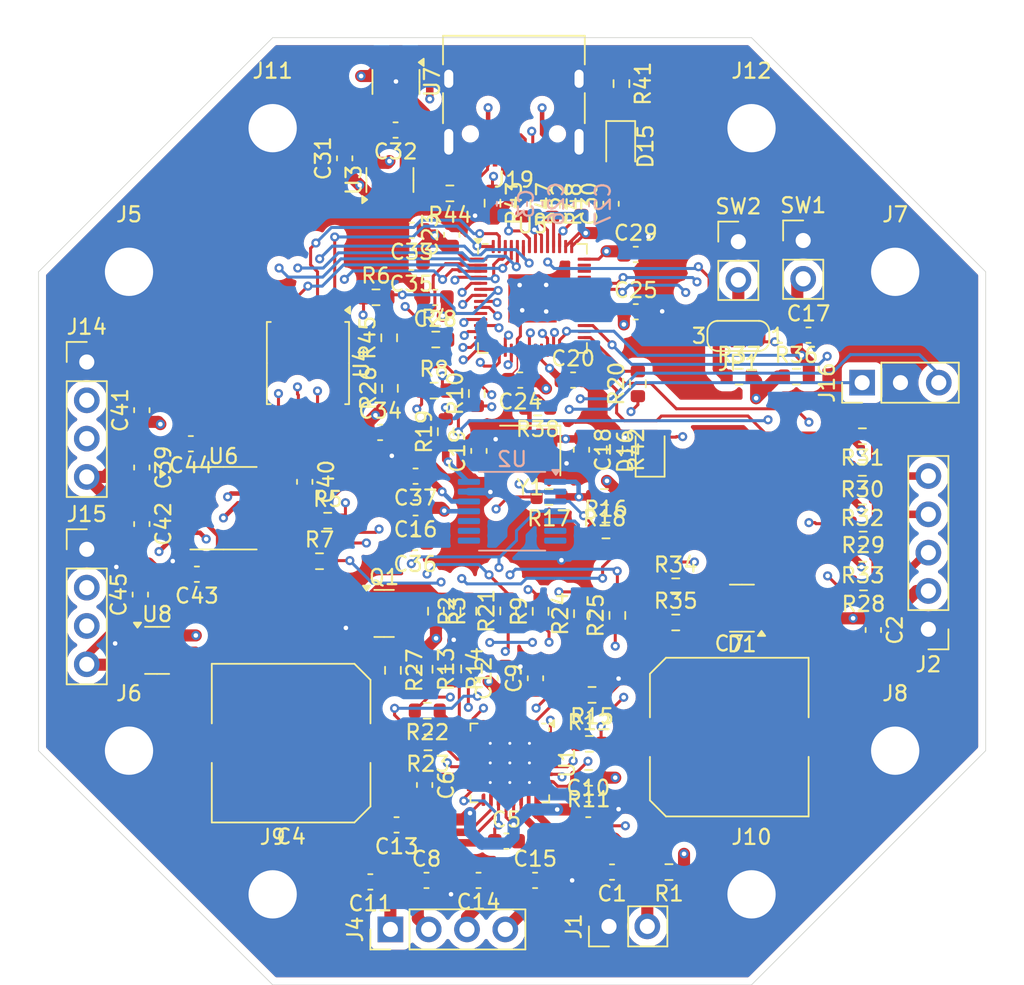
<source format=kicad_pcb>
(kicad_pcb (version 20240108) (generator "pcbnew") (generator_version "8.0")
  (layers (0 "F.Cu" signal) (1 "In1.Cu" signal) (2 "In2.Cu" signal) (31 "B.Cu" signal) (34 "B.Paste" user) (35 "F.Paste" user) (36 "B.SilkS" user "B.Silkscreen") (37 "F.SilkS" user "F.Silkscreen") (38 "B.Mask" user) (39 "F.Mask" user) (44 "Edge.Cuts" user))
  (net 0 "")
  (net 1 "GND")
  (net 2 "/RP2040uC/RUN")
  (net 3 "VCC")
  (net 4 "Net-(U1-V_{CP})")
  (net 5 "Net-(U1-CPI)")
  (net 6 "Net-(U1-CPO)")
  (net 7 "Net-(J4-Pin_4)")
  (net 8 "Net-(U1-V_{1V8})")
  (net 9 "Net-(J4-Pin_3)")
  (net 10 "Net-(J4-Pin_2)")
  (net 11 "Net-(J4-Pin_1)")
  (net 12 "/RP2040uC/XIN")
  (net 13 "Net-(C19-Pad1)")
  (net 14 "+1V1")
  (net 15 "+5V")
  (net 16 "Net-(U3-BP)")
  (net 17 "Net-(U2-VDD3V)")
  (net 18 "Net-(U6-C1+)")
  (net 19 "Net-(U6-C1-)")
  (net 20 "+3.3V")
  (net 21 "Net-(U6-C2+)")
  (net 22 "Net-(U6-C2-)")
  (net 23 "Net-(U6-VS-)")
  (net 24 "Net-(U6-VS+)")
  (net 25 "Net-(J15-Pin_4)")
  (net 26 "Net-(D15-K)")
  (net 27 "Net-(D16-K)")
  (net 28 "Net-(J14-Pin_2)")
  (net 29 "Net-(J14-Pin_3)")
  (net 30 "Net-(J15-Pin_3)")
  (net 31 "Net-(J15-Pin_2)")
  (net 32 "/RP2040uC/SWCLK")
  (net 33 "/RP2040uC/SWDIO")
  (net 34 "/StepperTMC2240/OV")
  (net 35 "/DualRS232UART/TX1")
  (net 36 "/RP2040uC/TX0_SDA0_SPIO0_GP0")
  (net 37 "/RP2040uC/RX0_SCL0_SPIS0_GP1")
  (net 38 "/DualRS232UART/RX1")
  (net 39 "Net-(Q1-G)")
  (net 40 "/RP2040uC/TX1_SDA0_SPIO0_GP4")
  (net 41 "Net-(U1-UARTEN)")
  (net 42 "Net-(U1-IREF)")
  (net 43 "/DualRS232UART/TX2")
  (net 44 "/DualRS232UART/RX2")
  (net 45 "/RP2040uC/RX1_SCL0_SPIS0_GP5")
  (net 46 "/RP2040uC/TX1_SDA0_SPIO1_GP8")
  (net 47 "/AS5048AEncoder/MOSI")
  (net 48 "/RP2040uC/RX1_SCL0_SPIS1_GP9")
  (net 49 "/StepperTMC2240/~{CS}")
  (net 50 "/RP2040uC/SDA1_SPIC1_GP10")
  (net 51 "/AS5048AEncoder/CLK")
  (net 52 "/RP2040uC/SCL1_SPII1_GP11")
  (net 53 "/StepperTMC2240/SDO")
  (net 54 "/AS5048AEncoder/MISO")
  (net 55 "/AS5048AEncoder/~{CS}")
  (net 56 "/RP2040uC/SCL1_SPII0_GP7")
  (net 57 "/AS5048AEncoder/PWM")
  (net 58 "/RP2040uC/SDA1_SPIC0_GP6")
  (net 59 "/StepperTMC2240/STEP")
  (net 60 "/StepperTMC2240/DIR")
  (net 61 "/RP2040uC/SCL1_SPII0_GP3")
  (net 62 "/StepperTMC2240/DIAG0")
  (net 63 "/RP2040uC/TX0_SDA0_SPIO1_GP12")
  (net 64 "/StepperTMC2240/DIAG1")
  (net 65 "/RP2040uC/RX0_SCL0_SPIS1_GP13")
  (net 66 "/StepperTMC2240/~{DRV_EN}")
  (net 67 "/RP2040uC/SDA1_SPIC1_GP14")
  (net 68 "/RP2040uC/SCL1_SPII1_GP15")
  (net 69 "/StepperTMC2240/~{SLEEP}")
  (net 70 "/RP2040uC/GPIO2")
  (net 71 "/RP2040uC/XOUT")
  (net 72 "Net-(J19-CC1)")
  (net 73 "Net-(J19-CC2)")
  (net 74 "/RP2040uC/QSPI_SS")
  (net 75 "/RP2040uC/~{USB_BOOT}")
  (net 76 "/RP2040uC/USB_D+")
  (net 77 "Net-(U5-USB_DP)")
  (net 78 "Net-(U5-USB_DM)")
  (net 79 "/RP2040uC/USB_D-")
  (net 80 "/StepperTMC2240/ENCB")
  (net 81 "/StepperTMC2240/ENCA")
  (net 82 "/StepperTMC2240/ENCN")
  (net 83 "/StepperTMC2240/AIN")
  (net 89 "/RP2040uC/QSPI_SCLK")
  (net 90 "/RP2040uC/QSPI_SD2")
  (net 91 "/RP2040uC/QSPI_SD0")
  (net 92 "/RP2040uC/QSPI_SD1")
  (net 93 "/RP2040uC/QSPI_SD3")
  (net 94 "/RP2040uC/RX0_SCL0_SPIS0_GP17")
  (net 95 "/RP2040uC/SCL1_SPII0_GP19")
  (net 96 "/RP2040uC/GP23")
  (net 97 "/RP2040uC/SDA1_SPIC0_GP18")
  (net 98 "/RP2040uC/ADC0_GP26")
  (net 99 "/RP2040uC/TX0_SDA0_SPIO0_GP16")
  (net 100 "/RP2040uC/GP22")
  (net 101 "/RP2040uC/GP24")
  (net 102 "/RP2040uC/ADC2_GP28")
  (net 103 "/RP2040uC/ADC3_GP29")
  (net 104 "/RP2040uC/SCL0_GP21")
  (net 105 "/RP2040uC/ADC1_GP27")
  (net 106 "/RP2040uC/SDA0_GP20")
  (net 108 "VBUS")
  (net 112 "Net-(JP1-C)")
  (net 113 "/RP2040uC/GPIO25")
  (net 114 "Net-(Q1-D)")
  (net 115 "Net-(J2-Pin_3)")
  (net 116 "Net-(J2-Pin_4)")
  (net 117 "Net-(J2-Pin_5)")
  (footprint "Capacitor_SMD:C_0603_1608Metric" (layer "F.Cu") (at 100.75 141.4 90)
    (property "Reference" "C45")
    (property "Value" "1uF")
  )
  (footprint "Resistor_SMD:R_0603_1608Metric" (layer "F.Cu") (at 144.25 126.95)
    (property "Reference" "R36")
    (property "Value" "10K")
  )
  (footprint "Resistor_SMD:R_0603_1608Metric" (layer "F.Cu") (at 132.65 107.525 -90)
    (property "Reference" "R41")
    (property "Value" "470R")
  )
  (footprint "Capacitor_SMD:C_0603_1608Metric" (layer "F.Cu") (at 124.95 146.95 90)
    (property "Reference" "C12")
    (property "Value" "0.1uF")
  )
  (footprint "Resistor_SMD:R_0603_1608Metric" (layer "F.Cu") (at 121.5 146.325 -90)
    (property "Reference" "R14")
    (property "Value" "1kΩ")
  )
  (footprint "Capacitor_SMD:C_0603_1608Metric" (layer "F.Cu") (at 133.6 118.85)
    (property "Reference" "C29")
    (property "Value" "100n")
  )
  (footprint "Resistor_SMD:R_0603_1608Metric" (layer "F.Cu") (at 117.3 127.725 90)
    (property "Reference" "R26")
    (property "Value" "10k")
  )
  (footprint "Resistor_SMD:R_0603_1608Metric" (layer "F.Cu") (at 124.1 115.45 -90)
    (property "Reference" "R43")
    (property "Value" "5.1K")
  )
  (footprint "Resistor_SMD:R_0603_1608Metric" (layer "F.Cu") (at 148.675 136.7 180)
    (property "Reference" "R29")
    (property "Value" "100Ω")
  )
  (footprint "Resistor_SMD:R_0603_1608Metric" (layer "F.Cu") (at 148.625 133 180)
    (property "Reference" "R30")
    (property "Value" "100Ω")
  )
  (footprint "Resistor_SMD:R_0603_1608Metric" (layer "F.Cu") (at 126.1 115.5 -90)
    (property "Reference" "R47")
    (property "Value" "27R")
  )
  (footprint "Resistor_SMD:R_0603_1608Metric" (layer "F.Cu") (at 120.225 127.875)
    (property "Reference" "R8")
    (property "Value" "100Ω")
  )
  (footprint "Capacitor_SMD:C_0603_1608Metric" (layer "F.Cu") (at 119.6 154.025 -90)
    (property "Reference" "C6")
    (property "Value" "22nF 50V")
  )
  (footprint "Capacitor_SMD:C_0603_1608Metric" (layer "F.Cu") (at 104.5 140.05 180)
    (property "Reference" "C43")
    (property "Value" "1uF")
  )
  (footprint "Connector_PinHeader_2.54mm:PinHeader_1x04_P2.54mm_Vertical" (layer "F.Cu") (at 97.2 125.98)
    (property "Reference" "J14")
    (property "Value" "RSS232Out")
  )
  (footprint "Resistor_SMD:R_0603_1608Metric" (layer "F.Cu") (at 123.06 128.07 90)
    (property "Reference" "R10")
    (property "Value" "100Ω")
  )
  (footprint "Capacitor_SMD:C_0603_1608Metric" (layer "F.Cu") (at 104.1 131.4 180)
    (property "Reference" "C44")
    (property "Value" "1uF")
  )
  (footprint "Resistor_SMD:R_0603_1608Metric" (layer "F.Cu") (at 136.25 143.25)
    (property "Reference" "R35")
    (property "Value" "30kΩ")
  )
  (footprint "MountingHole:MountingHole_3.2mm_M3_DIN965_Pad" (layer "F.Cu") (at 141.275 161.275)
    (property "Reference" "J10")
    (property "Value" "Screw_Terminal_01x01")
  )
  (footprint "Resistor_SMD:R_0603_1608Metric" (layer "F.Cu") (at 131.625 137.15)
    (property "Reference" "R16")
    (property "Value" "100Ω")
  )
  (footprint "Resistor_SMD:R_0603_1608Metric" (layer "F.Cu") (at 119.6 146.35 -90)
    (property "Reference" "R13")
    (property "Value" "NSΩ")
  )
  (footprint "Connector_USB:USB_C_Receptacle_HRO_TYPE-C-31-M-12" (layer "F.Cu") (at 125.52 108.25 180)
    (property "Reference" "J19")
    (property "Value" "USB_C_Receptacle_USB2.0")
  )
  (footprint "Capacitor_SMD:C_0603_1608Metric" (layer "F.Cu") (at 145.05 124.2)
    (property "Reference" "C17")
    (property "Value" "1u")
  )
  (footprint "Resistor_SMD:R_0603_1608Metric" (layer "F.Cu") (at 120.34 124.49)
    (property "Reference" "R4")
    (property "Value" "100Ω")
  )
  (footprint "Capacitor_SMD:C_0603_1608Metric" (layer "F.Cu") (at 116 160.45 180)
    (property "Reference" "C11")
    (property "Value" "470pF")
  )
  (footprint "Capacitor_SMD:C_0603_1608Metric" (layer "F.Cu") (at 116.65 130.65)
    (property "Reference" "C34")
    (property "Value" "100n")
  )
  (footprint "MountingHole:MountingHole_3.2mm_M3_DIN965_Pad" (layer "F.Cu") (at 100 120)
    (property "Reference" "J5")
    (property "Value" "Screw_Terminal_01x01")
  )
  (footprint "Capacitor_SMD:C_0603_1608Metric" (layer "F.Cu") (at 123.2 131.875 90)
    (property "Reference" "C19")
    (property "Value" "30pF")
  )
  (footprint "Resistor_SMD:R_0603_1608Metric" (layer "F.Cu") (at 113.175 136.5)
    (property "Reference" "R5")
    (property "Value" "100Ω")
  )
  (footprint "Resistor_SMD:R_0603_1608Metric" (layer "F.Cu") (at 122.5 142.5 90)
    (property "Reference" "R2")
    (property "Value" "10Ω")
  )
  (footprint "Package_DFN_QFN:QFN-56-1EP_7x7mm_P0.4mm_EP3.2x3.2mm" (layer "F.Cu") (at 126.75 121.7625)
    (property "Reference" "U5")
    (property "Value" "RP2040")
  )
  (footprint "Capacitor_SMD:C_0603_1608Metric" (layer "F.Cu") (at 117.74 156.67 180)
    (property "Reference" "C13")
    (property "Value" "1uF")
  )
  (footprint "Capacitor_SMD:C_0603_1608Metric" (layer "F.Cu") (at 123.175 160.35 180)
    (property "Reference" "C14")
    (property "Value" "470pF")
  )
  (footprint "MountingHole:MountingHole_3.2mm_M3_DIN965_Pad" (layer "F.Cu") (at 141.275 110.475)
    (property "Reference" "J12")
    (property "Value" "Screw_Terminal_01x01")
  )
  (footprint "Package_TO_SOT_SMD:SOT-23-5" (layer "F.Cu") (at 117.7 107.4125 -90)
    (property "Reference" "U7")
    (property "Value" "MAX40200AUK")
  )
  (footprint "LED_SMD:LED_0805_2012Metric" (layer "F.Cu") (at 134.55 131.9 90)
    (property "Reference" "D16")
    (property "Value" "DBG_LED")
  )
  (footprint "Crystal:Crystal_SMD_3225-4Pin_3.2x2.5mm" (layer "F.Cu") (at 126.6 131.85 180)
    (property "Reference" "Y1")
    (property "Value" "YIC-12M20P2/XT324-10/10")
  )
  (footprint "Connector_PinHeader_2.54mm:PinHeader_1x05_P2.54mm_Vertical" (layer "F.Cu") (at 153 143.7 180)
    (property "Reference" "J2")
    (property "Value" "LIMIT")
  )
  (footprint "Resistor_SMD:R_0603_1608Metric" (layer "F.Cu") (at 119.825 151.2 180)
    (property "Reference" "R23")
    (property "Value" "100Ω")
  )
  (footprint "Capacitor_SMD:C_0603_1608Metric" (layer "F.Cu") (at 111.65 133.925 -90)
    (property "Reference" "C40")
    (property "Value" "1uF")
  )
  (footprint "MountingHole:MountingHole_3.2mm_M3_DIN965_Pad" (layer "F.Cu") (at 100 151.75)
    (property "Reference" "J6")
    (property "Value" "Screw_Terminal_01x01")
  )
  (footprint "Package_TO_SOT_SMD:SOT-23-3" (layer "F.Cu") (at 140.6375 142.3 180)
    (property "Reference" "D1")
    (property "Value" "0.1A")
  )
  (footprint "Capacitor_SMD:C_0603_1608Metric" (layer "F.Cu") (at 149.35 143.75 -90)
    (property "Reference" "C2")
    (property "Value" "1uF")
  )
  (footprint "Resistor_SMD:R_0603_1608Metric" (layer "F.Cu") (at 130.03 142.665 90)
    (property "Reference" "R24")
    (property "Value" "100Ω")
  )
  (footprint "Resistor_SMD:R_0603_1608Metric" (layer "F.Cu") (at 120.35 142.5 -90)
    (property "Reference" "R3")
    (property "Value" "10kΩ")
  )
  (footprint "Resistor_SMD:R_0603_1608Metric" (layer "F.Cu") (at 130.475 153.55 180)
    (property "Reference" "R11")
    (property "Value" "10kΩ")
  )
  (footprint "Capacitor_SMD:C_Elec_10x10.2" (layer "F.Cu") (at 139.8 150.85)
    (property "Reference" "C7")
    (property "Value" "100uF")
  )
  (footprint "Resistor_SMD:R_0603_1608Metric" (layer "F.Cu") (at 117.5 146.425 -90)
    (property "Reference" "R27")
    (property "Value" "10Ω")
  )
  (footprint "Connector_PinHeader_2.54mm:PinHeader_1x02_P2.54mm_Vertical" (layer "F.Cu") (at 131.825 163.4 90)
    (property "Reference" "J1")
    (property "Value" "V_{MOTOR}")
  )
  (footprint "Resistor_SMD:R_0603_1608Metric" (layer "F.Cu") (at 132.38 142.785 90)
    (property "Reference" "R25")
    (property "Value" "100Ω")
  )
  (footprint "Package_TO_SOT_SMD:SOT-23" (layer "F.Cu") (at 116.9125 142.65)
    (property "Reference" "Q1")
    (property "Value" "Q_NMOS_GSD")
  )
  (footprint "Resistor_SMD:R_0603_1608Metric" (layer "F.Cu") (at 125.14 142.485 90)
    (property "Reference" "R21")
    (property "Value" "100Ω")
  )
  (footprint "Resistor_SMD:R_0603_1608Metric" (layer "F.Cu") (at 127.1 129 180)
    (property "Reference" "R38")
    (property "Value" "1k")
  )
  (footprint "Resistor_SMD:R_0603_1608Metric" (layer "F.Cu") (at 133.74 127.42 90)
    (property "Reference" "R20")
    (property "Value" "100Ω")
  )
  (footprint "Capacitor_SMD:C_0603_1608Metric" (layer "F.Cu") (at 119 133.55 180)
    (property "Reference" "C37")
    (property "Value" "0.1uF")
  )
  (footprint "Capacitor_SMD:C_0603_1608Metric" (layer "F.Cu") (at 130.45 155.65)
    (property "Reference" "C10")
    (property "Value" "1uF")
  )
  (footprint "MountingHole:MountingHole_3.2mm_M3_DIN965_Pad" (layer "F.Cu") (at 150.8 151.75)
    (property "Reference" "J8")
    (property "Value" "Screw_Terminal_01x01")
  )
  (footprint "Capacitor_SMD:C_Elec_10x10.2" (layer "F.Cu") (at 110.75 151.25 180)
    (property "Reference" "C4")
    (property "Value" "100uF")
  )
  (footprint "Package_TO_SOT_SMD:SOT-23-5" (layer "F.Cu") (at 101.8625 145.1)
    (property "Reference" "U8")
    (property "Value" "MAX40200AUK")
  )
  (footprint "MountingHole:MountingHole_3.2mm_M3_DIN965_Pad" (layer "F.Cu") (at 109.525 161.275)
    (property "Reference" "J9")
    (property "Value" "Screw_Terminal_01x01")
  )
  (footprint "Capacitor_SMD:C_0603_1608Metric" (layer "F.Cu") (at 125.025 157.75)
    (property "Reference" "C5")
    (property "Value" "1uF")
  )
  (footprint "Capacitor_SMD:C_0603_1608Metric" (layer "F.Cu") (at 126.925 160.35)
    (property "Reference" "C15")
    (property "Value" "470pF")
  )
  (footprint "Resistor_SMD:R_0603_1608Metric" (layer "F.Cu") (at 131.525 134.925 180)
    (property "Reference" "R18")
    (property "Value" "10kΩ")
  )
  (footprint "Connector_PinHeader_2.54mm:PinHeader_1x03_P2.54mm_Vertical" (layer "F.Cu") (at 148.61 127.35 90)
    (property "Reference" "J16")
    (property "Value" "SWD")
  )
  (footprint "Resistor_SMD:R_0603_1608Metric" (layer "F.Cu") (at 148.625 130.9 180)
    (property "Reference" "R31")
    (property "Value" "100Ω")
  )
  (footprint "Resistor_SMD:R_0603_1608Metric" (layer "F.Cu") (at 148.7 140.6 180)
    (property "Reference" "R28")
    (property "Value" "100Ω")
  )
  (footprint "Resistor_SMD:R_0603_1608Metric" (layer "F.Cu") (at 148.625 134.9 180)
    (property "Reference" "R32")
    (property "Value" "100Ω")
  )
  (footprint "LED_SMD:LED_0805_2012Metric" (layer "F.Cu") (at 132.6 111.6875 -90)
    (property "Reference" "D15")
    (property "Value" "POW_LED")
  )
  (footprint "MountingHole:MountingHole_3.2mm_M3_DIN965_Pad" (layer "F.Cu") (at 150.8 120)
    (property "Reference" "J7")
    (property "Value" "Screw_Terminal_01x01")
  )
  (footprint "Resistor_SMD:R_0603_1608Metric" (layer "F.Cu") (at 132.2 131.8 -90)
    (property "Reference" "R42")
    (property "Value" "470R")
  )
  (footprint "Connector_PinHeader_2.54mm:PinHeader_1x04_P2.54mm_Vertical" (layer "F.Cu") (at 117.33 163.6 90)
    (property "Reference" "J4")
    (property "Value" "Motor")
  )
  (footprint "Resistor_SMD:R_0603_1608Metric" (layer "F.Cu") (at 148.65 138.7 180)
    (property "Reference" "R33")
    (property "Value" "100Ω")
  )
  (footprint "Package_SO:TSSOP-16_4.4x5mm_P0.65mm" (layer "F.Cu") (at 106.2625 135.675)
    (property "Reference" "U6")
    (property "Value" "MAX3232")
  )
  (footprint "Capacitor_SMD:C_0603_1608Metric" (layer "F.Cu") (at 118.975 137.95 180)
    (property "Reference" "C36")
    (property "Value" "0.1uF")
  )
  (footprint "Capacitor_SMD:C_0603_1608Metric" (layer "F.Cu") (at 126.95 146.95 90)
    (property "Reference" "C9")
    (property "Value" "10uF")
  )
  (footprint "Resistor_SMD:R_0603_1608Metric" (layer "F.Cu") (at 127.85 134.925 180)
    (property "Reference" "R17")
    (property "Value" "100Ω")
  )
  (footprint "Resistor_SMD:R_0603_1608Metric" (layer "F.Cu") (at 112.63 139.19)
    (property "Reference" "R7")
    (property "Value" "100Ω")
  )
  (footprint "Capacitor_SMD:C_0603_1608Metric" (layer "F.Cu") (at 100.85 132.975 -90)
    (property "Reference" "C39")
    (property "Value" "1uF")
  )
  (footprint "Resistor_SMD:R_0603_1608Metric" (layer "F.Cu") (at 130.525 151.3)
    (property "Reference" "R12")
    (property "Value" "100Ω")
  )
  (footprint "Connector_PinHeader_2.54mm:PinHeader_1x04_P2.54mm_Vertical" (layer "F.Cu") (at 97.2 138.4)
    (property "Reference" "J15")
    (property "Value" "RSS232In")
  )
  (footprint "Capacitor_SMD:C_0603_1608Metric" (layer "F.Cu") (at 120.3 121.7 180)
    (property "Reference" "C28")
    (property "Value" "100n")
  )
  (footprint "Resistor_SMD:R_0603_1608Metric" (layer "F.Cu") (at 121 130.6 90)
    (property "Reference" "R19")
    (property "Value" "100Ω")
  )
  (footprint "Capacitor_SMD:C_0603_1608Metric" (layer "F.Cu") (at 119 135.65 180)
    (property "Reference" "C16")
    (property "Value" "0.1uF")
  )
  (footprint "Capacitor_SMD:C_0603_1608Metric" (layer "F.Cu") (at 114.3 112.475 90)
    (property "Reference" "C31")
    (property "Value" "10u")
  )
  (footprint "Capacitor_SMD:C_0603_1608Metric" (layer "F.Cu") (at 100.85 136.725 -90)
    (property "Reference" "C42")
    (property "Value" "1uF")
  )
  (footprint "Capacitor_SMD:C_0603_1608Metric" (layer "F.Cu") (at 130 131.8 -90)
    (property "Reference" "C18")
    (property "Value" "30pF")
  )
  (footprint "Capacitor_SMD:C_0603_1608Metric" (layer "F.Cu") (at 129.445 127.18)
    (property "Reference" "C20")
    (property "Value" "100n")
  )
  (footprint "Capacitor_SMD:C_0603_1608Metric" (layer "F.Cu") (at 132.025 159.8 180)
    (property "Reference" "C1")
    (property "Value" "1uF")
  )
  (footprint "Resistor_SMD:R_0603_1608Metric" (layer "F.Cu") (at 128.05 115.525 -90)
    (property "Reference" "R48")
    (property "Value" "27R")
  )
  (footprint "Resistor_SMD:R_0603_1608Metric" (layer "F.Cu") (at 140.45 126.95)
    (property "Reference" "R37")
    (property "Value" "5.1K")
  )
  (footprint "Connector_PinHeader_2.54mm:PinHeader_1x02_P2.54mm_Vertical" (layer "F.Cu") (at 140.4 118)
    (property "Reference" "SW2")
    (property "Value" "UBUT")
  )
  (footprint "Resistor_SMD:R_0603_1608Metric" (layer "F.Cu") (at 135.8 159.8 180)
    (property "Reference" "R1")
    (property "Value" "NSΩ")
  )
  (footprint "Resistor_SMD:R_0603_1608Metric" (layer "F.Cu") (at 121.275 114.8 180)
    (property "Reference" "R44")
    (property "Value" "5.1K")
  )
  (footprint "Capacitor_SMD:C_0603_1608Metric" (layer "F.Cu") (at 133.6 122.65)
    (property "Reference" "C25")
    (property "Value" "100n")
  )
  (footprint "Resistor_SMD:R_0603_1608Metric" (layer "F.Cu") (at 119.775 149.1 180)
    (property "Reference" "R22")
    (property "Value" "100Ω")
  )
  (footprint "Capacitor_SMD:C_0603_1608Metric" (layer "F.Cu") (at 117.675 110.6 180)
    (property "Reference" "C32")
    (property "Value" "470pF")
  )
  (footprint "Resistor_SMD:R_0603_1608Metric" (layer "F.Cu") (at 117.25 124.375 90)
    (property "Reference" "R45")
    (property "Value" "1k")
  )
  (footprint "Package_TO_SOT_SMD:SOT-23-5" (layer "F.Cu") (at 117.3 113.9125 90)
    (property "Reference" "U3")
    (property "Value" "MIC5219-3.3YM5")
  )
  (footprint "Resistor_SMD:R_0603_1608Metric" (layer "F.Cu") (at 130.7 148.05 180)
    (property "Reference" "R15")
    (property "Value" "1kΩ")
  )
  (footprint "Capacitor_SMD:C_0603_1608Metric" (layer "F.Cu") (at 118.75 117.25 180)
    (property "Reference" "C33")
    (property "Value" "2.2uF")
  )
  (footprint "Capacitor_SMD:C_0603_1608Metric" (layer "F.Cu") (at 125.94 127.18 180)
    (property "Reference" "C24")
    (property "Value" "100n")
  )
  (footprint "Connector_PinHeader_2.54mm:PinHeader_1x02_P2.54mm_Vertical" (layer "F.Cu") (at 144.7 117.925)
    (property "Reference" "SW1")
    (property "Value" "Reset")
  )
  (footprint "Resistor_SMD:R_0603_1608Metric" (layer "F.Cu") (at 127.29 142.51 90)
    (property "Reference" "R9")
    (property "Value" "100Ω")
  )
  (footprint "MountingHole:MountingHole_3.2mm_M3_DIN965_Pad" (layer "F.Cu") (at 109.525 110.475)
    (property "Reference" "J11")
    (property "Value" "Screw_Terminal_01x01")
  )
  (footprint "Jumper:SolderJumper-3_P1.3mm_Bridged12_RoundedPad1.0x1.5mm_NumberLabels" (layer "F.Cu") (at 140.4 124.25 180)
    (property "Reference" "JP1")
    (property "Value" "UBUT_SEL")
  )
  (footprint "Capacitor_SMD:C_0603_1608Metric" (layer "F.Cu") (at 129.99 115.5 90)
    (property "Reference" "C22")
    (property "Value" "1u")
  )
  (footprint "Resistor_SMD:R_0603_1608Metric" (layer "F.Cu") (at 136.25 140.85)
    (property "Reference" "R34")
    (property "Value" "1kΩ")
  )
  (footprint "Capacitor_SMD:C_0603_1608Metric" (layer "F.Cu") (at 121.4 117.55 90)
    (property "Reference" "C23")
    (property "Value" "1u")
  )
  (footprint "Capacitor_SMD:C_0603_1608Metric" (layer "F.Cu") (at 100.85 129.175 90)
    (property "Reference" "C41")
    (property "Value" "1uF")
  )
  (footprint "Capacitor_SMD:C_0603_1608Metric" (layer "F.Cu") (at 118.715 119.37 180)
    (property "Reference" "C35")
    (property "Value" "10u")
  )
  (footprint "Package_DFN_QFN:TQFN-32-1EP_5x5mm_P0.5mm_EP3.1x3.1mm_ThermalVias" (layer "F.Cu") (at 125.25 152.5625 -90)
    (property "Reference" "U1")
    (property "Value" "TMC2240_TQFN")
  )
  (footprint "Resistor_SMD:R_0603_1608Metric" (layer "F.Cu") (at 116.375 121.69)
    (property "Reference" "R6")
    (property "Value" "100Ω")
  )
  (footprint "Capacitor_SMD:C_0603_1608Metric" (layer "F.Cu") (at 119.725 160.35)
    (property "Reference" "C8")
    (property "Value" "470pF")
  )
  (footprint "Capacitor_SMD:C_0603_1608Metric" (layer "F.Cu") (at 131.96 115.49 90)
    (property "Reference" "C30")
    (property "Value" "100n")
  )
  (footprint "Package_SO:SOIC-8_5.23x5.23mm_P1.27mm" (layer "F.Cu") (at 111.865 126.05 -90)
    (property "Reference" "U4")
    (property "Value" "W25Q128JVS")
  )
  (footprint "Capacitor_SMD:C_0603_1608Metric" (layer "B.Cu") (at 129.99 115.525 90)
    (property "Reference" "C27")
    (property "Value" "100n")
  )
  (footprint "Capacitor_SMD:C_0603_1608Metric" (layer "B.Cu") (at 126.9 115.5 90)
    (property "Reference" "C26")
    (property "Value" "100n")
  )
  (footprint "Package_SO:TSSOP-14_4.4x5mm_P0.65mm" (layer "B.Cu") (at 125.4 135.875 180)
    (property "Reference" "U2")
    (property "Value" "AS5048A")
  )
  (footprint "Capacitor_SMD:C_0603_1608Metric" (layer "B.Cu") (at 124.9 115.49 90)
    (property "Reference" "C3")
    (property "Value" "100n")
  )
  (gr_line (start 94 120) (end 94 151.75) (stroke (width 0.05)) (layer "Edge.Cuts"))
  (gr_line (start 141.275 104.475) (end 156.8 120) (stroke (width 0.05)) (layer "Edge.Cuts"))
  (gr_line (start 109.525 104.475) (end 141.275 104.475) (stroke (width 0.05)) (layer "Edge.Cuts"))
  (gr_line (start 94 120) (end 109.525 104.475) (stroke (width 0.05)) (layer "Edge.Cuts"))
  (gr_line (start 141.275 167.275) (end 156.8 151.75) (stroke (width 0.05)) (layer "Edge.Cuts"))
  (gr_line (start 109.525 167.275) (end 94 151.75) (stroke (width 0.05)) (layer "Edge.Cuts"))
  (gr_line (start 156.8 120) (end 156.8 151.75) (stroke (width 0.05)) (layer "Edge.Cuts"))
  (gr_line (start 109.525 167.275) (end 141.275 167.275) (stroke (width 0.05)) (layer "Edge.Cuts"))
  (segment (start 141.775 142.935) (end 141.775 143.25) (width 0.5) (layer "F.Cu") (net 1))
  (segment (start 97.2 122.8) (end 100 120) (width 0.8) (layer "F.Cu") (net 1))
  (segment (start 97.51 151.75) (end 95.25 149.49) (width 0.8) (layer "F.Cu") (net 1))
  (segment (start 114.13 156.67) (end 109.525 161.275) (width 0.8) (layer "F.Cu") (net 1))
  (segment (start 100.85 128.4) (end 102.11 128.4) (width 0.8) (layer "F.Cu") (net 1))
  (segment (start 145.825 124.2) (end 146.6 124.2) (width 0.8) (layer "F.Cu") (net 1))
  (segment (start 117.3 116.575) (end 117.975 117.25) (width 0.5) (layer "F.Cu") (net 1))
  (segment (start 155.29 132) (end 151.15 127.86) (width 0.8) (layer "F.Cu") (net 1))
  (segment (start 131.25 159.8) (end 131.25 162.825) (width 0.8) (layer "F.Cu") (net 1))
  (segment (start 153 143.7) (end 155.29 141.41) (width 0.8) (layer "F.Cu") (net 1))
  (segment (start 144.71 143.25) (end 141.775 143.25) (width 0.8) (layer "F.Cu") (net 1))
  (segment (start 103.325 129.615) (end 103.325 131.4) (width 0.8) (layer "F.Cu") (net 1))
  (segment (start 140.4 118) (end 140.55 117.85) (width 0.8) (layer "F.Cu") (net 1))
  (segment (start 97.2 125.98) (end 98.43 125.98) (width 0.8) (layer "F.Cu") (net 1))
  (segment (start 95.22 127.19) (end 96.43 125.98) (width 0.8) (layer "F.Cu") (net 1))
  (segment (start 125.165 130.245) (end 124.31 131.1) (width 0.5) (layer "F.Cu") (net 1))
  (segment (start 111 134.05) (end 111.65 134.7) (width 0.3) (layer "F.Cu") (net 1))
  (segment (start 123.2 131.1) (end 124.31 131.1) (width 0.8) (layer "F.Cu") (net 1))
  (segment (start 114.3 111.7) (end 115.4 110.6) (width 0.8) (layer "F.Cu") (net 1))
  (segment (start 131.825 163.4) (end 131.825 164.685) (width 0.8) (layer "F.Cu") (net 1))
  (segment (start 116.965 156.67) (end 114.13 156.67) (width 0.8) (layer "F.Cu") (net 1))
  (segment (start 121.4 116.775) (end 120.7 116.075) (width 0.8) (layer "F.Cu") (net 1))
  (segment (start 117.425 132.2) (end 119.719408 132.2) (width 0.3) (layer "F.Cu") (net 1))
  (segment (start 125.75 125.2) (end 125.75 126.426329) (width 0.1) (layer "F.Cu") (net 1))
  (segment (start 144.625 117.85) (end 144.7 117.925) (width 0.8) (layer "F.Cu") (net 1))
  (segment (start 150.8 120) (end 151.16 120.36) (width 0.8) (layer "F.Cu") (net 1))
  (segment (start 130.92 114.715) (end 130 114.715) (width 0.8) (layer "F.Cu") (net 1))
  (segment (start 127.7 132.7) (end 129.01 132.7) (width 0.8) (layer "F.Cu") (net 1))
  (segment (start 120.7 116.075) (end 120.7 115.05) (width 0.8) (layer "F.Cu") (net 1))
  (segment (start 140.55 117.85) (end 144.625 117.85) (width 0.8) (layer "F.Cu") (net 1))
  (segment (start 146.6 124.2) (end 150.8 120) (width 0.8) (layer "F.Cu") (net 1))
  (segment (start 124.41 131) (end 124.31 131.1) (width 0.8) (layer "F.Cu") (net 1))
  (segment (start 100.725 145.1) (end 104.42 145.1) (width 0.5) (layer "F.Cu") (net 1))
  (segment (start 120.7 115.05) (end 120.45 114.8) (width 0.8) (layer "F.Cu") (net 1))
  (segment (start 121.2 112.23) (end 121.265 112.295) (width 0.8) (layer "F.Cu") (net 1))
  (segment (start 117.94 120.115) (end 119.525 121.7) (width 0.5) (layer "F.Cu") (net 1))
  (segment (start 152.175 144.525) (end 153 143.7) (width 0.8) (layer "F.Cu") (net 1))
  (segment (start 117.975 119.335) (end 117.94 119.37) (width 0.8) (layer "F.Cu") (net 1))
  (segment (start 132.92 165.78) (end 136.77 165.78) (width 0.8) (layer "F.Cu") (net 1))
  (segment (start 121.2 111.38) (end 121.2 107.2) (width 0.8) (layer "F.Cu") (net 1))
  (segment (start 132.2 130.975) (end 132.2 130.51) (width 0.8) (layer "F.Cu") (net 1))
  (segment (start 123.96 134.6) (end 122.96 135.6) (width 0.8) (layer "F.Cu") (net 1))
  (segment (start 95.25 140.35) (end 97.2 138.4) (width 0.8) (layer "F.Cu") (net 1))
  (segment (start 123.2 131.1) (end 122.725 131.1) (width 0.8) (layer "F.Cu") (net 1))
  (segment (start 137.27 106.7) (end 132.65 106.7) (width 0.8) (layer "F.Cu") (net 1))
  (segment (start 117.975 117.25) (end 117.975 119.335) (width 0.8) (layer "F.Cu") (net 1))
  (segment (start 127.6875 151.8125) (end 126 151.8125) (width 0.2) (layer "F.Cu") (net 1))
  (segment (start 144.2 150.85) (end 149.9 150.85) (width 0.8) (layer "F.Cu") (net 1))
  (segment (start 131.825 165.195) (end 131.825 163.4) (width 0.8) (layer "F.Cu") (net 1))
  (segment (start 152.98 149.57) (end 152.98 143.72) (width 0.8) (layer "F.Cu") (net 1))
  (segment (start 125.165 127.18) (end 125.165 130.245) (width 0.5) (layer "F.Cu") (net 1))
  (segment (start 131.525 148.05) (end 131.525 147.905) (width 0.8) (layer "F.Cu") (net 1))
  (segment (start 149.35 144.525) (end 145.985 144.525) (width 0.8) (layer "F.Cu") (net 1))
  (segment (start 104.42 145.1) (end 106.35 147.03) (width 0.5) (layer "F.Cu") (net 1))
  (segment (start 110.75 111.7) (end 109.525 110.475) (width 0.8) (layer "F.Cu") (net 1))
  (segment (start 127.62 138.07) (end 128.67 139.12) (width 0.8) (layer "F.Cu") (net 1))
  (segment (start 100 151.75) (end 97.51 151.75) (width 0.8) (layer "F.Cu") (net 1))
  (segment (start 132.2 130.51) (end 130.82 129.13) (width 0.8) (layer "F.Cu") (net 1))
  (segment (start 129.84 111.38) (end 129.84 112.05) (width 0.8) (layer "F.Cu") (net 1))
  (segment (start 117.425 130.65) (end 117.425 132.2) (width 0.8) (layer "F.Cu") (net 1))
  (segment (start 134.44 117.67) (end 134.44 118.785) (width 0.8) (layer "F.Cu") (net 1))
  (segment (start 149.9 150.85) (end 150.8 151.75) (width 0.8) (layer "F.Cu") (net 1))
  (segment (start 121.2 114.05) (end 121.2 111.38) (width 0.8) (layer "F.Cu") (net 1))
  (segment (start 137.075 140.85) (end 139.69 140.85) (width 0.5) (layer "F.Cu") (net 1))
  (segment (start 124.42 138.07) (end 127.62 138.07) (width 0.8) (layer "F.Cu") (net 1))
  (segment (start 129.875 132.7) (end 130 132.575) (width 0.8) (layer "F.Cu") (net 1))
  (segment (start 119.719408 132.2) (end 121.039408 133.52) (width 0.3) (layer "F.Cu") (net 1))
  (segment (start 114.39 143.6) (end 114.38 143.61) (width 0.8) (layer "F.Cu") (net 1))
  (segment (start 151.16 127.34) (end 151.15 127.35) (width 0.8) (layer "F.Cu") (net 1))
  (segment (start 118.2 135.675) (end 118.225 135.65) (width 0.5) (layer "F.Cu") (net 1))
  (segment (start 124.1 116.275) (end 121.9 116.275) (width 0.8) (layer "F.Cu") (net 1))
  (segment (start 131.96 114.715) (end 130.92 114.715) (width 0.8) (layer "F.Cu") (net 1))
  (segment (start 121.5 145.5) (end 121.5 144.43) (width 0.8) (layer "F.Cu") (net 1))
  (segment (start 100.205 140.625) (end 100.75 140.625) (width 0.5) (layer "F.Cu") (net 1))
  (segment (start 129.01 132.7) (end 129.875 132.7) (width 0.8) (layer "F.Cu") (net 1))
  (segment (start 122.88 133.52) (end 123.96 134.6) (width 0.3) (layer "F.Cu") (net 1))
  (segment (start 115.975 143.6) (end 114.39 143.6) (width 0.8) (layer "F.Cu") (net 1))
  (segment (start 130.89 166.13) (end 131.825 165.195) (width 0.8) (layer "F.Cu") (net 1))
  (segment (start 125.75 126.426329) (end 125.165 127.011329) (width 0.1) (layer "F.Cu") (net 1))
  (segment (start 125.75 124.464613) (end 125.95 124.264613) (width 0.2) (layer "F.Cu") (net 1))
  (segment (start 134.375 118.85) (end 134.375 121.645) (width 0.8) (layer "F.Cu") (net 1))
  (segment (start 103.725 140.005) (end 102.9 139.18) (width 0.5) (layer "F.Cu") (net 1))
  (segment (start 118.225 135.65) (end 118.225 133.55) (width 0.5) (layer "F.Cu") (net 1))
  (segment (start 122.11 133.20796) (end 123.50204 134.6) (width 0.8) (layer "F.Cu") (net 1))
  (segment (start 117.975 117.25) (end 116.3 117.25) (width 0.8) (layer "F.Cu") (net 1))
  (segment (start 117.425 132.75) (end 118.225 133.55) (width 0.8) (layer "F.Cu") (net 1))
  (segment (start 124.95 146.175) (end 125.95 146.175) (width 0.8) (layer "F.Cu") (net 1))
  (segment (start 139.69 140.85) (end 141.775 142.935) (width 0.5) (layer "F.Cu") (net 1))
  (segment (start 109.525 161.275) (end 100 151.75) (width 0.8) (layer "F.Cu") (net 1))
  (segment (start 121.2 111.38) (end 121.2 112.23) (width 0.8) (layer "F.Cu") (net 1))
  (segment (start 100 120) (end 109.525 110.475) (width 0.8) (layer "F.Cu") (net 1))
  (segment (start 131.25 162.825) (end 131.825 163.4) (width 0.8) (layer "F.Cu") (net 1))
  (segment (start 118.2 137.95) (end 118.2 135.675) (width 0.5) (layer "F.Cu") (net 1))
  (segment (start 100 151.75) (end 105.85 151.75) (width 0.8) (layer "F.Cu") (net 1))
  (segment (start 125.95 122.5625) (end 125.9625 122.55) (width 0.2) (layer "F.Cu") (net 1))
  (segment (start 111.65 134.7) (end 113.36 134.7) (width 0.8) (layer "F.Cu") (net 1))
  (segment (start 132.46 155.63) (end 131.245 155.63) (width 0.8) (layer "F.Cu") (net 1))
  (segment (start 105.85 151.75) (end 106.35 151.25) (width 0.8) (layer "F.Cu") (net 1))
  (segment (start 144.7 117.925) (end 148.725 117.925) (width 0.8) (layer "F.Cu") (net 1))
  (segment (start 151.15 127.86) (end 151.15 127.35) (width 0.8) (layer "F.Cu") (net 1))
  (segment (start 96.43 125.98) (end 97.2 125.98) (width 0.8) (layer "F.Cu") (net 1))
  (segment (start 99.16 139.58) (end 100.205 140.625) (width 0.5) (layer "F.Cu") (net 1))
  (segment (start 155.29 141.41) (end 155.29 132) (width 0.8) (layer "F.Cu") (net 1))
  (segment (start 125.165 127.011329) (end 125.165 127.18) (width 0.1) (layer "F.Cu") (net 1))
  (segment (start 127.7 160.35) (end 129.38 160.35) (width 0.8) (layer "F.Cu") (net 1))
  (segment (start 100.725 145.1) (end 99.54 145.1) (width 0.5) (layer "F.Cu") (net 1))
  (segment (start 107.51 120) (end 100 120) (width 0.5) (layer "F.Cu") (net 1))
  (segment (start 130.34 106.7) (end 129.84 107.2) (width 0.8) (layer "F.Cu") (net 1))
  (segment (start 125.5 150.125) (end 125.5 151.0125) (width 0.2) (layer "F.Cu") (net 1))
  (segment (start 141.275 110.475) (end 141.045 110.475) (width 0.8) (layer "F.Cu") (net 1))
  (segment (start 121.35 161.27) (end 121.48 161.27) (width 0.8) (layer "F.Cu") (net 1))
  (segment (start 113.36 134.7) (end 115.86 132.2) (width 0.8) (layer "F.Cu") (net 1))
  (segment (start 134.405 122.62) (end 134.375 122.65) (width 0.8) (layer "F.Cu") (net 1))
  (segment (start 130 114.715) (end 129.99 114.725) (width 0.8) (layer "F.Cu") (net 1))
  (segment (start 152.98 143.72) (end 153 143.7) (width 0.8) (layer "F.Cu") (net 1))
  (segment (start 115.225 160.45) (end 110.35 160.45) (width 0.8) (layer "F.Cu") (net 1))
  (segment (start 95.22 136.42) (end 95.22 127.19) (width 0.8) (layer "F.Cu") (net 1))
  (segment (start 125.5 131) (end 124.41 131) (width 0.8) (layer "F.Cu") (net 1))
  (segment (start 121.039408 133.52) (end 122.88 133.52) (width 0.3) (layer "F.Cu") (net 1))
  (segment (start 117.425 132.2) (end 117.425 132.75) (width 0.8) (layer "F.Cu") (net 1))
  (segment (start 98.43 125.98) (end 100.85 128.4) (width 0.8) (layer "F.Cu") (net 1))
  (segment (start 115.4 110.6) (end 116.9 110.6) (width 0.8) (layer "F.Cu") (net 1))
  (segment (start 121.5 144.43) (end 121.53 144.4) (width 0.8) (layer "F.Cu") (net 1))
  (segment (start 149.35 144.525) (end 152.175 144.525) (width 0.8) (layer "F.Cu") (net 1))
  (segment (start 130.82 129.13) (end 130.82 127.78) (width 0.8) (layer "F.Cu") (net 1))
  (segment (start 130.92 113.13) (end 130.92 114.715) (width 0.8) (layer "F.Cu") (net 1))
  (segment (start 116.3 117.25) (end 109.525 110.475) (width 0.8) (layer "F.Cu") (net 1))
  (segment (start 125.9625 122.55) (end 126.07 122.55) (width 0.2) (layer "F.Cu") (net 1))
  (segment (start 125.5 151.0125) (end 125.25 151.2625) (width 0.2) (layer "F.Cu") (net 1))
  (segment (start 98.37 139.57) (end 97.2 138.4) (width 0.5) (layer "F.Cu") (net 1))
  (segment (start 129.775 112.295) (end 128.87 112.295) (width 0.8) (layer "F.Cu") (net 1))
  (segment (start 115.86 132.2) (end 117.425 132.2) (width 0.8) (layer "F.Cu") (net 1))
  (segment (start 109.125 134.05) (end 111 134.05) (width 0.3) (layer "F.Cu") (net 1))
  (segment (start 121.35 161.2) (end 120.5 160.35) (width 0.8) (layer "F.Cu") (net 1))
  (segment (start 121.2 107.2) (end 129.84 107.2) (width 0.8) (layer "F.Cu") (net 1))
  (segment (start 106.35 147.03) (end 106.35 151.25) (width 0.5) (layer "F.Cu") (net 1))
  (segment (start 131.25 159.8) (end 129.93 159.8) (width 0.8) (layer "F.Cu") (net 1))
  (segment (start 125.95 146.175) (end 126.95 146.175) (width 0.8) (layer "F.Cu") (net 1))
  (segment (start 130 132.575) (end 130.205 132.575) (width 0.8) (layer "F.Cu") (net 1))
  (segment (start 126 151.8125) (end 125.25 152.5625) (width 0.2) (layer "F.Cu") (net 1))
  (segment (start 126.07 122.55) (end 126.07 122.4425) (width 0.2) (layer "F.Cu") (net 1))
  (segment (start 132.835 130.975) (end 132.86 131) (width 0.8) (layer "F.Cu") (net 1))
  (segment (start 132.2 130.975) (end 132.835 130.975) (width 0.8) (layer "F.Cu") (net 1))
  (segment (start 130.205 132.575) (end 131.805 130.975) (width 0.8) (layer "F.Cu") (net 1))
  (segment (start 114.3 111.7) (end 110.75 111.7) (width 0.8) (layer "F.Cu") (net 1))
  (segment (start 117.7 109.8) (end 116.9 110.6) (width 0.5) (layer "F.Cu") (net 1))
  (segment (start 109.96 122.45) (end 107.51 120) (width 0.5) (layer "F.Cu") (net 1))
  (segment (start 117.94 119.37) (end 117.94 120.115) (width 0.5) (layer "F.Cu") (net 1))
  (segment (start 130.82 127.78) (end 130.22 127.18) (width 0.8) (layer "F.Cu") (net 1))
  (segment (start 120.45 114.8) (end 121.2 114.05) (width 0.8) (layer "F.Cu") (net 1))
  (segment (start 135.35 122.62) (end 134.405 122.62) (width 0.8) (layer "F.Cu") (net 1))
  (segment (start 117.3 115.05) (end 117.3 116.575) (width 0.5) (layer "F.Cu") (net 1))
  (segment (start 102.11 128.4) (end 103.325 129.615) (width 0.8) (layer "F.Cu") (net 1))
  (segment (start 131.805 130.975) (end 132.2 130.975) (width 0.8) (layer "F.Cu") (net 1))
  (segment (start 141.045 110.475) (end 137.27 106.7) (width 0.8) (layer "F.Cu") (net 1))
  (segment (start 114.38 166.13) (end 130.89 166.13) (width 0.8) (layer "F.Cu") (net 1))
  (segment (start 109.525 161.275) (end 114.38 166.13) (width 0.8) (layer "F.Cu") (net 1))
  (segment (start 99.16 139.57) (end 98.37 139.57) (width 0.5) (layer "F.Cu") (net 1))
  (segment (start 129.93 159.8) (end 129.38 160.35) (width 0.8) (layer "F.Cu") (net 1))
  (segment (start 97.2 125.98) (end 97.2 122.8) (width 0.8) (layer "F.Cu") (net 1))
  (segment (start 136.77 165.78) (end 141.275 161.275) (width 0.8) (layer "F.Cu") (net 1))
  (segment (start 122.725 131.1) (end 122.11 131.715) (width 0.8) (layer "F.Cu") (net 1))
  (segment (start 132.65 106.7) (end 130.34 106.7) (width 0.8) (layer "F.Cu") (net 1))
  (segment (start 145.985 144.525) (end 144.71 143.25) (width 0.8) (layer "F.Cu") (net 1))
  (segment (start 150.8 151.75) (end 152.98 149.57) (width 0.8) (layer "F.Cu") (net 1))
  (segment (start 129.84 112.23) (end 129.775 112.295) (width 0.8) (layer "F.Cu") (net 1))
  (segment (start 122.947794 116.275) (end 122.943897 116.278897) (width 0.8) (layer "F.Cu") (net 1))
  (segment (start 99.54 145.1) (end 99.08 144.64) (width 0.5) (layer "F.Cu") (net 1))
  (segment (start 122.96 136.61) (end 124.42 138.07) (width 0.8) (layer "F.Cu") (net 1))
  (segment (start 151.16 120.36) (end 151.16 127.34) (width 0.8) (layer "F.Cu") (net 1))
  (segment (start 126.07 122.4425) (end 126.75 121.7625) (width 0.2) (layer "F.Cu") (net 1))
  (segment (start 148.725 117.925) (end 150.8 120) (width 0.8) (layer "F.Cu") (net 1))
  (segment (start 129.84 107.2) (end 129.84 111.38) (width 0.8) (layer "F.Cu") (net 1))
  (segment (start 125.95 124.264613) (end 125.95 122.5625) (width 0.2) (layer "F.Cu") (net 1))
  (segment (start 141.275 161.275) (end 150.8 151.75) (width 0.8) (layer "F.Cu") (net 1))
  (segment (start 117.7 106.275) (end 117.7 109.8) (width 0.5) (layer "F.Cu") (net 1))
  (segment (start 123.50204 134.6) (end 123.96 134.6) (width 0.8) (layer "F.Cu") (net 1))
  (segment (start 121.48 161.27) (end 122.4 160.35) (width 0.8) (layer "F.Cu") (net 1))
  (segment (start 121.265 112.295) (end 122.17 112.295) (width 0.8) (layer "F.Cu") (net 1))
  (segment (start 125.75 125.2) (end 125.75 124.464613) (width 0.2) (layer "F.Cu") (net 1))
  (segment (start 129.84 111.38) (end 129.84 112.23) (width 0.8) (layer "F.Cu") (net 1))
  (segment (start 110.35 160.45) (end 109.525 161.275) (width 0.8) (layer "F.Cu") (net 1))
  (segment (start 131.245 155.63) (end 131.225 155.65) (width 0.8) (layer "F.Cu") (net 1))
  (segment (start 131.525 147.905) (end 132.46 146.97) (width 0.8) (layer "F.Cu") (net 1))
  (segment (start 97.2 138.4) (end 95.22 136.42) (width 0.8) (layer "F.Cu") (net 1))
  (segment (start 103.725 140.05) (end 103.725 140.005) (width 0.5) (layer "F.Cu") (net 1))
  (segment (start 134.375 121.645) (end 135.35 122.62) (width 0.8) (layer "F.Cu") (net 1))
  (segment (start 141.275 110.475) (end 150.8 120) (width 0.8) (layer "F.Cu") (net 1))
  (segment (start 134.44 118.785) (end 134.375 118.85) (width 0.8) (layer "F.Cu") (net 1))
  (segment (start 99.16 139.57) (end 99.16 139.58) (width 0.5) (layer "F.Cu") (net 1))
  (segment (start 95.25 149.49) (end 95.25 140.35) (width 0.8) (layer "F.Cu") (net 1))
  (segment (start 129.84 112.05) (end 130.92 113.13) (width 0.8) (layer "F.Cu") (net 1))
  (segment (start 121.35 161.27) (end 121.35 161.2) (width 0.8) (layer "F.Cu") (net 1))
  (segment (start 122.11 131.715) (end 122.11 133.20796) (width 0.8) (layer "F.Cu") (net 1))
  (segment (start 121.9 116.275) (end 121.4 116.775) (width 0.8) (layer "F.Cu") (net 1))
  (segment (start 131.825 164.685) (end 132.92 165.78) (width 0.8) (layer "F.Cu") (net 1))
  (segment (start 122.96 135.6) (end 122.96 136.61) (width 0.8) (layer "F.Cu") (net 1))
  (segment (start 124.1 116.275) (end 122.947794 116.275) (width 0.8) (layer "F.Cu") (net 1))
  (via (at 126.07 122.55) (size 0.6) (drill 0.3) (layers "F.Cu" "B.Cu") (net 1))
  (via (at 102.9 139.18) (size 0.6) (drill 0.3) (layers "F.Cu" "B.Cu") (net 1))
  (via (at 114.38 143.61) (size 0.6) (drill 0.3) (layers "F.Cu" "B.Cu") (net 1))
  (via (at 123.96 134.6) (size 0.6) (drill 0.3) (layers "F.Cu" "B.Cu") (net 1))
  (via (at 125.95 146.175) (size 0.6) (drill 0.3) (layers "F.Cu" "B.Cu") (net 1))
  (via (at 117.7 107.38) (size 0.6) (drill 0.3) (layers "F.Cu" "B.Cu") (net 1))
  (via (at 132.46 146.97) (size 0.6) (drill 0.3) (layers "F.Cu" "B.Cu") (net 1))
  (via (at 134.44 117.67) (size 0.6) (drill 0.3) (layers "F.Cu" "B.Cu") (net 1))
  (via (at 132.86 131) (size 0.6) (drill 0.3) (layers "F.Cu" "B.Cu") (net 1))
  (via (at 121.35 161.27) (size 0.6) (drill 0.3) (layers "F.Cu" "B.Cu") (net 1))
  (via (at 99.08 144.64) (size 0.6) (drill 0.3) (layers "F.Cu" "B.Cu") (net 1))
  (via (at 129.38 160.35) (size 0.6) (drill 0.3) (layers "F.Cu" "B.Cu") (net 1))
  (via (at 124.31 131.1) (size 0.6) (drill 0.3) (layers "F.Cu" "B.Cu") (net 1))
  (via (at 121.53 144.4) (size 0.6) (drill 0.3) (layers "F.Cu" "B.Cu") (net 1))
  (via (at 125.9 120.88) (size 0.6) (drill 0.3) (layers "F.Cu" "B.Cu") (net 1))
  (via (at 132.46 155.63) (size 0.6) (drill 0.3) (layers "F.Cu" "B.Cu") (net 1))
  (via (at 117.425 132.2) (size 0.6) (drill 0.3) (layers "F.Cu" "B.Cu") (net 1))
  (via (at 99.16 139.57) (size 0.6) (drill 0.3) (layers "F.Cu" "B.Cu") (net 1))
  (via (at 128.67 139.12) (size 0.6) (drill 0.3) (layers "F.Cu" "B.Cu") (net 1))
  (via (at 122.943897 116.278897) (size 0.6) (drill 0.3) (layers "F.Cu" "B.Cu") (net 1))
  (via (at 129.01 132.7) (size 0.6) (drill 0.3) (layers "F.Cu" "B.Cu") (net 1))
  (via (at 135.35 122.62) (size 0.6) (drill 0.3) (layers "F.Cu" "B.Cu") (net 1))
  (via (at 127.66 122.63) (size 0.6) (drill 0.3) (layers "F.Cu" "B.Cu") (net 1))
  (via (at 127.66 120.87) (size 0.6) (drill 0.3) (layers "F.Cu" "B.Cu") (net 1))
  (segment (start 126.55 153.8625) (end 127.3375 154.65) (width 0.8) (layer "B.Cu") (net 1))
  (segment (start 126.89 114.715) (end 126.9 114.725) (width 0.8) (layer "B.Cu") (net 1))
  (segment (start 129.8 138.55) (end 129.23 139.12) (width 0.2) (layer "B.Cu") (net 1))
  (segment (start 131.86 122.47) (end 135.2 122.47) (width 0.8) (layer "B.Cu") (net 1))
  (segment (start 124.507794 114.715) (end 124.9 114.715) (width 0.8) (layer "B.Cu") (net 1))
  (segment (start 126.9 114.725) (end 129.965 114.725) (width 0.8) (layer "B.Cu") (net 1))
  (segment (start 121.53 144.4) (end 121.53 143.53) (width 0.8) (layer "B.Cu") (net 1))
  (segment (start 129.23 139.12) (end 128.67 139.12) (width 0.2) (layer "B.Cu") (net 1))
  (segment (start 129.38 158.71) (end 132.46 155.63) (width 0.8) (layer "B.Cu") (net 1))
  (segment (start 102.9 139.18) (end 102.51 139.57) (width 0.5) (layer "B.Cu") (net 1))
  (segment (start 129.545 136.525) (end 129.8 136.78) (width 0.2) (layer "B.Cu") (net 1))
  (segment (start 121.53 144.4) (end 122.1 144.4) (width 0.8) (layer "B.Cu") (net 1))
  (segment (start 102.51 139.57) (end 99.16 139.57) (width 0.5) (layer "B.Cu") (net 1))
  (segment (start 129.01 132.7) (end 128.53 132.22) (width 0.8) (layer "B.Cu") (net 1))
  (segment (start 122.5375 134.575) (end 123.935 134.575) (width 0.5) (layer "B.Cu") (net 1))
  (segment (start 132.46 146.97) (end 126.745 146.97) (width 0.8) (layer "B.Cu") (net 1))
  (segment (start 127.66 120.87) (end 127.66 122.63) (width 0.8) (layer "B.Cu") (net 1))
  (segment (start 121.345 161.275) (end 121.35 161.27) (width 0.8) (layer "B.Cu") (net 1))
  (segment (start 123.935 134.575) (end 123.96 134.6) (width 0.5) (layer "B.Cu") (net 1))
  (segment (start 125.9 120.88) (end 127.65 120.88) (width 0.8) (layer "B.Cu") (net 1))
  (segment (start 125.95 146.175) (end 125.95 150.5625) (width 0.8) (layer "B.Cu") (net 1))
  (segment (start 121.53 143.53) (end 120.72 142.72) (width 0.8) (layer "B.Cu") (net 1))
  (segment (start 123.9 131.51) (end 118.115 131.51) (width 0.8) (layer "B.Cu") (net 1))
  (segment (start 125.43 132.22) (end 124.31 131.1) (width 0.8) (layer "B.Cu") (net 1))
  (segment (start 131.52 114.75) (end 134.44 117.67) (width 0.8) (layer "B.Cu") (net 1))
  (segment (start 128.53 132.22) (end 125.43 132.22) (width 0.8) (layer "B.Cu") (net 1))
  (segment (start 115.27 142.72) (end 114.38 143.61) (width 0.8) (layer "B.Cu") (net 1))
  (segment (start 128.2625 136.525) (end 129.545 136.525) (width 0.2) (layer "B.Cu") (net 1))
  (segment (start 127.65 120.88) (end 127.66 120.87) (width 0.8) (layer "B.Cu") (net 1))
  (segment (start 125.9 122.38) (end 126.07 122.55) (width 0.8) (layer "B.Cu") (net 1))
  (segment (start 123.96 134.6) (end 123.96 131.45) (width 0.8) (layer "B.Cu") (net 1))
  (segment (start 129.965 114.725) (end 129.99 114.75) (width 0.8) (layer "B.Cu") (net 1))
  (segment (start 129.38 160.35) (end 129.38 158.71) (width 0.8) (layer "B.Cu") (net 1))
  (segment (start 122.943897 116.278897) (end 124.507794 114.715) (width 0.8) (layer "B.Cu") (net 1))
  (segment (start 124.31 131.1) (end 123.9 131.51) (width 0.8) (layer "B.Cu") (net 1))
  (segment (start 127.66 120.87) (end 130.26 120.87) (width 0.8) (layer "B.Cu") (net 1))
  (segment (start 122.1 144.4) (end 123.875 146.175) (width 0.8) (layer "B.Cu") (net 1))
  (segment (start 123.96 131.45) (end 124.31 131.1) (width 0.8) (layer "B.Cu") (net 1))
  (segment (start 130.07 155.63) (end 132.46 155.63) (width 0.8) (layer "B.Cu") (net 1))
  (segment (start 129.84 114.6) (end 129.99 114.75) (width 0.8) (layer "B.Cu") (net 1))
  (segment (start 121.02 107.38) (end 121.2 107.2) (width 0.8) (layer "B.Cu") (net 1))
  (segment (start 125.9 120.88) (end 125.9 122.38) (width 0.8) (layer "B.Cu") (net 1))
  (segment (start 126.745 146.97) (end 125.95 146.175) (width 0.8) (layer "B.Cu") (net 1))
  (segment (start 129.8 136.78) (end 129.8 138.55) (width 0.2) (layer "B.Cu") (net 1))
  (segment (start 129.84 111.38) (end 129.84 114.6) (width 0.8) (layer "B.Cu") (net 1))
  (segment (start 124.9 114.715) (end 126.89 114.715) (width 0.8) (layer "B.Cu") (net 1))
  (segment (start 109.525 161.275) (end 121.345 161.275) (width 0.8) (layer "B.Cu") (net 1))
  (segment (start 130.26 120.87) (end 131.86 122.47) (width 0.8) (layer "B.Cu") (net 1))
  (segment (start 118.115 131.51) (end 117.425 132.2) (width 0.8) (layer "B.Cu") (net 1))
  (segment (start 129.99 114.75) (end 131.52 114.75) (width 0.8) (layer "B.Cu") (net 1))
  (segment (start 117.7 107.38) (end 121.02 107.38) (width 0.8) (layer "B.Cu") (net 1))
  (segment (start 135.2 122.47) (end 135.35 122.62) (width 0.8) (layer "B.Cu") (net 1))
  (segment (start 125.95 150.5625) (end 125.25 151.2625) (width 0.8) (layer "B.Cu") (net 1))
  (segment (start 120.72 142.72) (end 115.27 142.72) (width 0.8) (layer "B.Cu") (net 1))
  (segment (start 129.09 154.65) (end 130.07 155.63) (width 0.8) (layer "B.Cu") (net 1))
  (segment (start 123.875 146.175) (end 125.95 146.175) (width 0.8) (layer "B.Cu") (net 1))
  (segment (start 127.3375 154.65) (end 129.09 154.65) (width 0.8) (layer "B.Cu") (net 1))
  (segment (start 128.55 124.528529) (end 129.01 124.068529) (width 0.2) (layer "F.Cu") (net 2))
  (segment (start 144.605 125.535) (end 145.075 126.005) (width 0.8) (layer "F.Cu") (net 2))
  (segment (start 145.075 126.005) (end 145.075 126.95) (width 0.8) (layer "F.Cu") (net 2))
  (segment (start 144.275 124.2) (end 144.275 125.205) (width 0.8) (layer "F.Cu") (net 2))
  (segment (start 144.31 120.855) (end 144.31 124.165) (width 0.8) (layer "F.Cu") (net 2))
  (segment (start 128.55 125.2) (end 128.55 124.528529) (width 0.2) (layer "F.Cu") (net 2))
  (segment (start 129.01 124.068529) (end 129.01 123.94) (width 0.2) (layer "F.Cu") (net 2))
  (segment (start 144.275 125.205) (end 144.605 125.535) (width 0.8) (layer "F.Cu") (net 2))
  (segment (start 144.31 124.165) (end 144.275 124.2) (width 0.8) (layer "F.Cu") (net 2))
  (segment (start 144.7 120.465) (end 144.31 120.855) (width 0.8) (layer "F.Cu") (net 2))
  (via (at 144.605 125.535) (size 0.6) (drill 0.3) (layers "F.Cu" "B.Cu") (net 2))
  (via (at 129.01 123.94) (size 0.6) (drill 0.3) (layers "F.Cu" "B.Cu") (net 2))
  (segment (start 133.746471 125.535) (end 144.605 125.535) (width 0.2) (layer "B.Cu") (net 2))
  (segment (start 132.151471 123.94) (end 133.746471 125.535) (width 0.2) (layer "B.Cu") (net 2))
  (segment (start 129.01 123.94) (end 132.151471 123.94) (width 0.2) (layer "B.Cu") (net 2))
  (segment (start 133.16 158.19) (end 132.8 158.19) (width 0.8) (layer "F.Cu") (net 3))
  (segment (start 122.61 155.89) (end 122.190001 156.309999) (width 0.8) (layer "F.Cu") (net 3))
  (segment (start 125.8 157.75) (end 125.8 156.96) (width 0.2) (layer "F.Cu") (net 3))
  (segment (start 115.15 149.6) (end 117.5 147.25) (width 0.8) (layer "F.Cu") (net 3))
  (segment (start 137.075 143.25) (end 137.075 149.175) (width 0.8) (layer "F.Cu") (net 3))
  (segment (start 134.365 159.975) (end 134.365 163.4) (width 0.8) (layer "F.Cu") (net 3))
  (segment (start 117.8 155.06) (end 118.515 155.775) (width 0.8) (layer "F.Cu") (net 3))
  (segment (start 132.8 159.8) (end 134.54 159.8) (width 0.8) (layer "F.Cu") (net 3))
  (segment (start 115.15 151.25) (end 115.15 149.6) (width 0.8) (layer "F.Cu") (net 3))
  (segment (start 129.675 156.735) (end 130.52 157.58) (width 0.8) (layer "F.Cu") (net 3))
  (segment (start 127 155) (end 127.65 155.65) (width 0.2) (layer "F.Cu") (net 3))
  (segment (start 132.19 157.58) (end 132.8 158.19) (width 0.8) (layer "F.Cu") (net 3))
  (segment (start 118.875001 156.309999) (end 118.515 156.67) (width 0.8) (layer "F.Cu") (net 3))
  (segment (start 118.515 155.775) (end 118.515 156.67) (width 0.8) (layer "F.Cu") (net 3))
  (segment (start 117.8 153.9) (end 117.8 155.06) (width 0.8) (layer "F.Cu") (net 3))
  (segment (start 134.54 159.8) (end 134.975 159.8) (width 0.8) (layer "F.Cu") (net 3))
  (segment (start 134.54 159.8) (end 134.365 159.975) (width 0.8) (layer "F.Cu") (net 3))
  (segment (start 129.675 155.65) (end 129.675 156.735) (width 0.8) (layer "F.Cu") (net 3))
  (segment (start 122.61 155.89) (end 123.5 155) (width 0.2) (layer "F.Cu") (net 3))
  (segment (start 135.4 155.95) (end 133.16 158.19) (width 0.8) (layer "F.Cu") (net 3))
  (segment (start 125.5 155) (end 125.5 156.66) (width 0.2) (layer "F.Cu") (net 3))
  (segment (start 125 156.16) (end 125.5 156.66) (width 0.2) (layer "F.Cu") (net 3))
  (segment (start 122.190001 156.309999) (end 118.875001 156.309999) (width 0.8) (layer "F.Cu") (net 3))
  (segment (start 137.075 149.175) (end 135.4 150.85) (width 0.8) (layer "F.Cu") (net 3))
  (segment (start 115.15 151.25) (end 117.8 153.9) (width 0.8) (layer "F.Cu") (net 3))
  (segment (start 125 155) (end 125 156.16) (width 0.2) (layer "F.Cu") (net 3))
  (segment (start 132.8 158.19) (end 132.8 159.8) (width 0.8) (layer "F.Cu") (net 3))
  (segment (start 130.52 157.58) (end 132.19 157.58) (width 0.8) (layer "F.Cu") (net 3))
  (segment (start 127.65 155.65) (end 128.39 155.65) (width 0.2) (layer "F.Cu") (net 3))
  (segment (start 135.4 150.85) (end 135.4 155.95) (width 0.8) (layer "F.Cu") (net 3))
  (segment (start 129.675 155.65) (end 128.39 155.65) (width 0.8) (layer "F.Cu") (net 3))
  (segment (start 125.8 156.96) (end 125.5 156.66) (width 0.2) (layer "F.Cu") (net 3))
  (via (at 125.5 156.66) (size 0.6) (drill 0.3) (layers "F.Cu" "B.Cu") (net 3))
  (via (at 122.61 155.89) (size 0.6) (drill 0.3) (layers "F.Cu" "B.Cu") (net 3))
  (via (at 128.39 155.65) (size 0.6) (drill 0.3) (layers "F.Cu" "B.Cu") (net 3))
  (segment (start 125.05 157.91) (end 123.41 157.91) (width 0.8) (layer "B.Cu") (net 3))
  (segment (start 125.5 156.66) (end 125.5 157.46) (width 0.8) (layer "B.Cu") (net 3))
  (segment (start 123.4 157.92) (end 122.61 157.13) (width 0.8) (layer "B.Cu") (net 3))
  (segment (start 123.41 157.91) (end 123.4 157.92) (width 0.8) (layer "B.Cu") (net 3))
  (segment (start 128.39 155.65) (end 126.51 155.65) (width 0.8) (layer "B.Cu") (net 3))
  (segment (start 126.51 155.65) (end 125.5 156.66) (width 0.8) (layer "B.Cu") (net 3))
  (segment (start 125.5 157.46) (end 125.05 157.91) (width 0.8) (layer "B.Cu") (net 3))
  (segment (start 122.61 157.13) (end 122.61 155.89) (width 0.8) (layer "B.Cu") (net 3))
  (segment (start 122.2 154.925) (end 122.8125 154.3125) (width 0.2) (layer "F.Cu") (net 4))
  (segment (start 124.25 157.75) (end 124.25 156.93) (width 0.2) (layer "F.Cu") (net 4))
  (segment (start 122.2 155.08) (end 122.2 154.925) (width 0.2) (layer "F.Cu") (net 4))
  (segment (start 124.25 156.93) (end 124.5 156.68) (width 0.2) (layer "F.Cu") (net 4))
  (via (at 124.5 156.68) (size 0.6) (drill 0.3) (layers "F.Cu" "B.Cu") (net 4))
  (via (at 122.2 155.08) (size 0.6) (drill 0.3) (layers "F.Cu" "B.Cu") (net 4))
  (segment (start 124.5 156.03) (end 123.55 155.08) (width 0.2) (layer "B.Cu") (net 4))
  (segment (start 124.5 156.68) (end 124.5 156.03) (width 0.2) (layer "B.Cu") (net 4))
  (segment (start 123.55 155.08) (end 122.2 155.08) (width 0.2) (layer "B.Cu") (net 4))
  (segment (start 122.8125 153.3125) (end 119.6625 153.3125) (width 0.2) (layer "F.Cu") (net 5))
  (segment (start 119.6625 153.3125) (end 119.6 153.25) (width 0.2) (layer "F.Cu") (net 5))
  (segment (start 121.7375 153.8125) (end 120.75 154.8) (width 0.2) (layer "F.Cu") (net 6))
  (segment (start 120.75 154.8) (end 119.6 154.8) (width 0.2) (layer "F.Cu") (net 6))
  (segment (start 122.8125 153.8125) (end 121.7375 153.8125) (width 0.2) (layer "F.Cu") (net 6))
  (segment (start 126.5 155.692182) (end 126.5 155) (width 0.2) (layer "F.Cu") (net 7))
  (segment (start 126.977818 156.17) (end 126.5 155.692182) (width 0.2) (layer "F.Cu") (net 7))
  (segment (start 127.25 156.17) (end 126.977818 156.17) (width 0.2) (layer "F.Cu") (net 7))
  (segment (start 128.01 158.49) (end 126.15 160.35) (width 0.5) (layer "F.Cu") (net 7))
  (segment (start 128.01 156.93) (end 128.01 158.49) (width 0.5) (layer "F.Cu") (net 7))
  (segment (start 126.15 162.4) (end 126.15 160.35) (width 0.8) (layer "F.Cu") (net 7))
  (segment (start 127.25 156.17) (end 128.01 156.93) (width 0.5) (layer "F.Cu") (net 7))
  (segment (start 124.95 163.6) (end 126.15 162.4) (width 0.8) (layer "F.Cu") (net 7))
  (segment (start 126 150.125) (end 126 148.675) (width 0.2) (layer "F.Cu") (net 8))
  (segment (start 126 148.675) (end 126.95 147.725) (width 0.2) (layer "F.Cu") (net 8))
  (segment (start 126 155.97) (end 126.44 156.41) (width 0.2) (layer "F.Cu") (net 9))
  (segment (start 126.44 156.41) (end 127.31 157.28) (width 0.5) (layer "F.Cu") (net 9))
  (segment (start 125.06 159.24) (end 123.95 160.35) (width 0.5) (layer "F.Cu") (net 9))
  (segment (start 123.95 161.25) (end 122.41 162.79) (width 0.8) (layer "F.Cu") (net 9))
  (segment (start 122.41 162.79) (end 122.41 163.6) (width 0.8) (layer "F.Cu") (net 9))
  (segment (start 126.27005 159.24) (end 125.06 159.24) (width 0.5) (layer "F.Cu") (net 9))
  (segment (start 127.31 158.20005) (end 126.27005 159.24) (width 0.5) (layer "F.Cu") (net 9))
  (segment (start 126 155) (end 126 155.97) (width 0.2) (layer "F.Cu") (net 9))
  (segment (start 127.31 157.28) (end 127.31 158.20005) (width 0.5) (layer "F.Cu") (net 9))
  (segment (start 123.95 160.35) (end 123.95 161.25) (width 0.8) (layer "F.Cu") (net 9))
  (segment (start 123.06 157.24) (end 124.5 155.8) (width 0.2) (layer "F.Cu") (net 10))
  (segment (start 123.06 157.78) (end 122.98 157.86) (width 0.5) (layer "F.Cu") (net 10))
  (segment (start 118.95 160.35) (end 119.15 160.55) (width 0.8) (layer "F.Cu") (net 10))
  (segment (start 124.5 155.8) (end 124.5 155) (width 0.2) (layer "F.Cu") (net 10))
  (segment (start 118.95 159.57) (end 118.95 160.35) (width 0.5) (layer "F.Cu") (net 10))
  (segment (start 120.66 157.86) (end 118.95 159.57) (width 0.5) (layer "F.Cu") (net 10))
  (segment (start 122.98 157.86) (end 120.66 157.86) (width 0.5) (layer "F.Cu") (net 10))
  (segment (start 119.15 160.55) (end 119.15 162.88) (width 0.8) (layer "F.Cu") (net 10))
  (segment (start 119.15 162.88) (end 119.87 163.6) (width 0.8) (layer "F.Cu") (net 10))
  (segment (start 123.06 157.78) (end 123.06 157.24) (width 0.2) (layer "F.Cu") (net 10))
  (segment (start 122.51 157.16) (end 120.065 157.16) (width 0.5) (layer "F.Cu") (net 11))
  (segment (start 122.51 157.16) (end 124 155.67) (width 0.2) (layer "F.Cu") (net 11))
  (segment (start 124 155.67) (end 124 155) (width 0.2) (layer "F.Cu") (net 11))
  (segment (start 120.065 157.16) (end 116.775 160.45) (width 0.5) (layer "F.Cu") (net 11))
  (segment (start 117.33 161.005) (end 116.775 160.45) (width 0.8) (layer "F.Cu") (net 11))
  (segment (start 117.33 163.6) (end 117.33 161.005) (width 0.8) (layer "F.Cu") (net 11))
  (segment (start 127.78 131.08) (end 127.7 131) (width 0.5) (layer "F.Cu") (net 12))
  (segment (start 128.95 131.08) (end 127.78 131.08) (width 0.5) (layer "F.Cu") (net 12))
  (segment (start 128.95 131.08) (end 129.945 131.08) (width 0.5) (layer "F.Cu") (net 12))
  (segment (start 126.55 124.11) (end 126.55 125.2) (width 0.2) (layer "F.Cu") (net 12))
  (segment (start 129.945 131.08) (end 130 131.025) (width 0.5) (layer "F.Cu") (net 12))
  (segment (start 126.61 124.05) (end 126.55 124.11) (width 0.2) (layer "F.Cu") (net 12))
  (via (at 128.95 131.08) (size 0.6) (drill 0.3) (layers "F.Cu" "B.Cu") (net 12))
  (via (at 126.61 124.05) (size 0.6) (drill 0.3) (layers "F.Cu" "B.Cu") (net 12))
  (segment (start 125.5 132.7) (end 123.25 132.7) (width 0.3) (layer "F.Cu") (net 13))
  (segment (start 126.55 129.275) (end 126.55 131.75) (width 0.3) (layer "F.Cu") (net 13))
  (segment (start 126.275 129) (end 126.55 129.275) (width 0.3) (layer "F.Cu") (net 13))
  (segment (start 123.25 132.7) (end 123.2 132.65) (width 0.3) (layer "F.Cu") (net 13))
  (segment (start 126.55 131.75) (end 125.6 132.7) (width 0.3) (layer "F.Cu") (net 13))
  (segment (start 125.6 132.7) (end 125.5 132.7) (width 0.3) (layer "F.Cu") (net 13))
  (segment (start 129.795 116.275) (end 129.99 116.275) (width 0.2) (layer "F.Cu") (net 14))
  (segment (start 128.55 117.52) (end 128.78 117.29) (width 0.2) (layer "F.Cu") (net 14))
  (segment (start 128.67 127.18) (end 127.885 126.395) (width 0.5) (layer "F.Cu") (net 14))
  (segment (start 127.35 125.86) (end 127.885 126.395) (width 0.2) (layer "F.Cu") (net 14))
  (segment (start 128.55 118.325) (end 128.55 117.52) (width 0.2) (layer "F.Cu") (net 14))
  (segment (start 126.04886 117.29) (end 125.17 117.29) (width 0.2) (layer "F.Cu") (net 14))
  (segment (start 126.55 118.325) (end 126.55 117.79114) (width 0.2) (layer "F.Cu") (net 14))
  (segment (start 128.55 117.52) (end 129.795 116.275) (width 0.2) (layer "F.Cu") (net 14))
  (segment (start 127.35 125.2) (end 127.35 125.86) (width 0.2) (layer "F.Cu") (net 14))
  (segment (start 126.55 117.79114) (end 126.04886 117.29) (width 0.2) (layer "F.Cu") (net 14))
  (via (at 128.78 117.29) (size 0.6) (drill 0.3) (layers "F.Cu" "B.Cu") (net 14))
  (via (at 125.17 117.29) (size 0.6) (drill 0.3) (layers "F.Cu" "B.Cu") (net 14))
  (via (at 127.885 126.395) (size 0.6) (drill 0.3) (layers "F.Cu" "B.Cu") (net 14))
  (segment (start 125.17 116.535) (end 124.9 116.265) (width 0.2) (layer "B.Cu") (net 14))
  (segment (start 125.17 117.29) (end 125.17 116.535) (width 0.2) (layer "B.Cu") (net 14))
  (segment (start 99.33 132.66) (end 99.33 130.94) (width 0.8) (layer "F.Cu") (net 15))
  (segment (start 115.3 114.25) (end 114.3 113.25) (width 0.8) (layer "F.Cu") (net 15))
  (segment (start 98.39 133.6) (end 99.33 132.66) (width 0.8) (layer "F.Cu") (net 15))
  (segment (start 100.32 129.95) (end 100.85 129.95) (width 0.8) (layer "F.Cu") (net 15))
  (segment (start 104.43 144.11) (end 103.04 144.11) (width 0.8) (layer "F.Cu") (net 15))
  (segment (start 117.74 113.86) (end 118.25 114.37) (width 0.5) (layer "F.Cu") (net 15))
  (segment (start 119.6 109.5) (end 119.6 113.7) (width 0.8) (layer "F.Cu") (net 15))
  (segment (start 116.76 113.86) (end 117.74 113.86) (width 0.5) (layer "F.Cu") (net 15))
  (segment (start 116.35 114.27) (end 116.76 113.86) (width 0.5) (layer "F.Cu") (net 15))
  (segment (start 118.65 108.55) (end 119.6 109.5) (width 0.8) (layer "F.Cu") (net 15))
  (segment (start 100.42 139.34) (end 101.29 139.34) (width 0.8) (layer "F.Cu") (net 15))
  (segment (start 116.35 115.05) (end 116.1 115.05) (width 0.8) (layer "F.Cu") (net 15))
  (segment (start 97.2 133.6) (end 99.32 135.72) (width 0.8) (layer "F.Cu") (net 15))
  (segment (start 102.26 143.41) (end 103 144.15) (width 0.8) (layer "F.Cu") (net 15))
  (segment (start 116.1 115.05) (end 115.3 114.25) (width 0.8) (layer "F.Cu") (net 15))
  (segment (start 99.32 135.72) (end 99.32 138.24) (width 0.8) (layer "F.Cu") (net 15))
  (segment (start 136.8 159.625) (end 136.625 159.8) (width 0.8) (layer "F.Cu") (net 15))
  (segment (start 102.26 140.31) (end 102.26 143.41) (width 0.8) (layer "F.Cu") (net 15))
  (segment (start 116.35 115.05) (end 116.35 114.27) (width 0.5) (layer "F.Cu") (net 15))
  (segment (start 103.04 144.11) (end 103 144.15) (width 0.8) (layer "F.Cu") (net 15))
  (segment (start 99.32 138.24) (end 100.42 139.34) (width 0.8) (layer "F.Cu") (net 15))
  (segment (start 101.93 129.95) (end 102.08 130.1) (width 0.8) (layer "F.Cu") (net 15))
  (segment (start 119.6 113.7) (end 118.25 115.05) (width 0.8) (layer "F.Cu") (net 15))
  (segment (start 118.25 114.37) (end 118.25 115.05) (width 0.5) (layer "F.Cu") (net 15))
  (segment (start 136.8 158.59) (end 136.8 159.625) (width 0.8) (layer "F.Cu") (net 15))
  (segment (start 100.85 129.95) (end 101.93 129.95) (width 0.8) (layer "F.Cu") (net 15))
  (segment (start 101.29 139.34) (end 102.26 140.31) (width 0.8) (layer "F.Cu") (net 15))
  (segment (start 97.2 133.6) (end 98.39 133.6) (width 0.8) (layer "F.Cu") (net 15))
  (segment (start 99.33 130.94) (end 100.32 129.95) (width 0.8) (layer "F.Cu") (net 15))
  (via (at 102.08 130.1) (size 0.6) (drill 0.3) (layers "F.Cu" "B.Cu") (net 15))
  (via (at 136.8 158.59) (size 0.6) (drill 0.3) (layers "F.Cu" "B.Cu") (net 15))
  (via (at 115.3 114.25) (size 0.6) (drill 0.3) (layers "F.Cu" "B.Cu") (net 15))
  (via (at 104.43 144.11) (size 0.6) (drill 0.3) (layers "F.Cu" "B.Cu") (net 15))
  (segment (start 118.45 110.6) (end 118.45 112.575) (width 0.5) (layer "F.Cu") (net 16))
  (segment (start 118.45 112.575) (end 118.25 112.775) (width 0.5) (layer "F.Cu") (net 16))
  (segment (start 119.775 133.595) (end 120.76 134.58) (width 0.5) (layer "F.Cu") (net 17))
  (segment (start 119.775 133.55) (end 119.775 133.595) (width 0.5) (layer "F.Cu") (net 17))
  (via (at 120.76 134.58) (size 0.6) (drill 0.3) (layers "F.Cu" "B.Cu") (net 17))
  (segment (start 122.5375 135.225) (end 121.405 135.225) (width 0.3) (layer "B.Cu") (net 17))
  (segment (start 121.405 135.225) (end 120.76 134.58) (width 0.3) (layer "B.Cu") (net 17))
  (segment (start 102.82 133.4) (end 101.62 132.2) (width 0.3) (layer "F.Cu") (net 18))
  (segment (start 101.62 132.2) (end 100.85 132.2) (width 0.3) (layer "F.Cu") (net 18))
  (segment (start 103.4 133.4) (end 102.82 133.4) (width 0.3) (layer "F.Cu") (net 18))
  (segment (start 100.85 133.75) (end 101.8 134.7) (width 0.3) (layer "F.Cu") (net 19))
  (segment (start 101.8 134.7) (end 103.4 134.7) (width 0.3) (layer "F.Cu") (net 19))
  (segment (start 132.615 118.64) (end 132.825 118.85) (width 0.8) (layer "F.Cu") (net 20))
  (segment (start 148.005 142.975) (end 146.935 142.975) (width 0.8) (layer "F.Cu") (net 20))
  (segment (start 143.425 126.95) (end 143.01 126.95) (width 0.8) (layer "F.Cu") (net 20))
  (segment (start 130.28 117.43) (end 132.525 117.43) (width 0.8) (layer "F.Cu") (net 20))
  (segment (start 114.875 129.65) (end 115.4075 130.1825) (width 0.8) (layer "F.Cu") (net 20))
  (segment (start 132.35 134.925) (end 132.35 134.52) (width 0.8) (layer "F.Cu") (net 20))
  (segment (start 109.125 133.4) (end 111.4 133.4) (width 0.3) (layer "F.Cu") (net 20))
  (segment (start 127.094949 127.18) (end 127.652475 127.737526) (width 0.8) (layer "F.Cu") (net 20))
  (segment (start 148.55 131.96) (end 148.55 131.65) (width 0.5) (layer "F.Cu") (net 20))
  (segment (start 143.01 126.95) (end 141.58 128.38) (width 0.8) (layer "F.Cu") (net 20))
  (segment (start 126.95 125.2) (end 126.95 126.945) (width 0.2) (layer "F.Cu") (net 20))
  (segment (start 113.77 129.65) (end 114.875 129.65) (width 0.8) (layer "F.Cu") (net 20))
  (segment (start 127.35 117.575686) (end 127.35 118.325) (width 0.2) (layer "F.Cu") (net 20))
  (segment (start 152.23 141.16) (end 153 141.16) (width 0.8) (layer "F.Cu") (net 20))
  (segment (start 126.95 117.286178) (end 126.95 118.325) (width 0.2) (layer "F.Cu") (net 20))
  (segment (start 120.36 144.3) (end 120.35 144.29) (width 0.8) (layer "F.Cu") (net 20))
  (segment (start 119.75 135.675) (end 119.775 135.65) (width 0.5) (layer "F.Cu") (net 20))
  (segment (start 131.31 153.54) (end 131.3 153.55) (width 0.8) (layer "F.Cu") (net 20))
  (segment (start 121.075 122.235) (end 121.075 121.7) (width 0.2) (layer "F.Cu") (net 20))
  (segment (start 124.405 147.725) (end 124.95 147.725) (width 0.8) (layer "F.Cu") (net 20))
  (segment (start 132.825 118.85) (end 132.825 117.13) (width 0.8) (layer "F.Cu") (net 20))
  (segment (start 122.2375 119.1625) (end 121.4 118.325) (width 0.2) (layer "F.Cu") (net 20))
  (segment (start 141.58 127.255) (end 141.275 126.95) (width 0.8) (layer "F.Cu") (net 20))
  (segment (start 120.35 144.29) (end 120.35 143.325) (width 0.8) (layer "F.Cu") (net 20))
  (segment (start 129.71 117.965) (end 129.35 118.325) (width 0.2) (layer "F.Cu") (net 20))
  (segment (start 130.1875 119.1625) (end 131.1375 119.1625) (width 0.2) (layer "F.Cu") (net 20))
  (segment (start 130.28 117.43) (end 129.745 117.965) (width 0.2) (layer "F.Cu") (net 20))
  (segment (start 120.8 122.92) (end 121.075 122.645) (width 0.8) (layer "F.Cu") (net 20))
  (segment (start 149.35 142.975) (end 148.015 142.975) (width 0.8) (layer "F.Cu") (net 20))
  (segment (start 131.1375 119.1625) (end 131.66 118.64) (width 0.2) (layer "F.Cu") (net 20))
  (segment (start 145.31 141.35) (end 141.775 141.35) (width 0.8) (layer "F.Cu") (net 20))
  (segment (start 131.66 118.64) (end 132.615 118.64) (width 0.8) (layer "F.Cu") (net 20))
  (segment (start 125 147.775) (end 124.95 147.725) (width 0.2) (layer "F.Cu") (net 20))
  (segment (start 123.84 147.16) (end 124.405 147.725) (width 0.8) (layer "F.Cu") (net 20))
  (segment (start 119.49 118.38) (end 120.28 117.59) (width 0.8) (layer "F.Cu") (net 20))
  (segment (start 126.715 127.18) (end 127.094949 127.18) (width 0.8) (layer "F.Cu") (net 20))
  (segment (start 132.525 117.43) (end 132.825 117.13) (width 0.8) (layer "F.Cu") (net 20))
  (segment (start 132.825 122.65) (end 132.7125 122.7625) (width 0.2) (layer "F.Cu") (net 20))
  (segment (start 148.56 135.78) (end 148.56 135.66) (width 0.5) (layer "F.Cu") (net 20))
  (segment (start 132.825 117.13) (end 131.96 116.265) (width 0.8) (layer "F.Cu") (net 20))
  (segment (start 120.71 135.65) (end 120.9 135.84) (width 0.8) (layer "F.Cu") (net 20))
  (segment (start 126.987403 117.213089) (end 127.35 117.575686) (width 0.2) (layer "F.Cu") (net 20))
  (segment (start 123.3125 119.1625) (end 122.2375 119.1625) (width 0.2) (layer "F.Cu") (net 20))
  (segment (start 126.876911 117.213089) (end 126.95 117.286178) (width 0.2) (layer "F.Cu") (net 20))
  (segment (start 131.96 116.265) (end 132.855 116.265) (width 0.8) (layer "F.Cu") (net 20))
  (segment (start 148.015 142.975) (end 148.01 142.97) (width 0.8) (layer "F.Cu") (net 20))
  (segment (start 121.6025 122.7625) (end 121.075 122.235) (width 0.2) (layer "F.Cu") (net 20))
  (segment (start 121.015 118.325) (end 120.28 117.59) (width 0.8) (layer "F.Cu") (net 20))
  (segment (start 111.4 133.4) (end 111.65 133.15) (width 0.3) (layer "F.Cu") (net 20))
  (segment (start 111.65 133.15) (end 112.44 133.15) (width 0.8) (layer "F.Cu") (net 20))
  (segment (start 119.775 135.65) (end 120.71 135.65) (width 0.8) (layer "F.Cu") (net 20))
  (segment (start 148.57 139.445) (end 147.825 138.7) (width 0.5) (layer "F.Cu") (net 20))
  (segment (start 119.49 119.37) (end 119.49 118.38) (width 0.8) (layer "F.Cu") (net 20))
  (segment (start 132.855 116.265) (end 133.51 115.61) (width 0.8) (layer "F.Cu") (net 20))
  (segment (start 146.935 142.975) (end 145.31 141.35) (width 0.8) (layer "F.Cu") (net 20))
  (segment (start 132.35 134.52) (end 131.69 133.86) (width 0.8) (layer "F.Cu") (net 20))
  (segment (start 126.876911 117.213089) (end 126.987403 117.213089) (width 0.2) (layer "F.Cu") (net 20))
  (segment (start 132.81 122.665) (end 132.825 122.65) (width 0.8) (layer "F.Cu") (net 20))
  (segment (start 116.34 129.51) (end 115.875 129.975) (width 0.8) (layer "F.Cu") (net 20))
  (segment (start 133.51 115.61) (end 133.51 113.535) (width 0.8) (layer "F.Cu") (net 20))
  (segment (start 150.415 142.975) (end 152.23 141.16) (width 0.8) (layer "F.Cu") (net 20))
  (segment (start 117.155 112.775) (end 117.27 112.66) (width 0.8) (layer "F.Cu") (net 20))
  (segment (start 119.6 145.525) (end 119.6 145.06) (width 0.8) (layer "F.Cu") (net 20))
  (segment (start 148.55 131.65) (end 147.8 130.9) (width 0.5) (layer "F.Cu") (net 20))
  (segment (start 141.58 128.38) (end 141.58 127.255) (width 0.8) (layer "F.Cu") (net 20))
  (segment (start 121.4 118.325) (end 121.015 118.325) (width 0.8) (layer "F.Cu") (net 20))
  (segment (start 148.56 135.66) (end 147.8 134.9) (width 0.5) (layer "F.Cu") (net 20))
  (segment (start 120.28 117.59) (end 119.865 117.59) (width 0.8) (layer "F.Cu") (net 20))
  (segment (start 116.35 112.775) (end 117.155 112.775) (width 0.8) (layer "F.Cu") (net 20))
  (segment (start 133.51 113.535) (end 132.6 112.625) (width 0.8) (layer "F.Cu") (net 20))
  (segment (start 119.6 145.06) (end 120.36 144.3) (width 0.8) (layer "F.Cu") (net 20))
  (segment (start 132.81 123.49) (end 132.81 122.665) (width 0.8) (layer "F.Cu") (net 20))
  (segment (start 121.075 122.645) (end 121.075 121.7) (width 0.8) (layer "F.Cu") (net 20))
  (segment (start 126.95 126.945) (end 126.715 127.18) (width 0.2) (layer "F.Cu") (net 20))
  (segment (start 119.865 117.59) (end 119.525 117.25) (width 0.8) (layer "F.Cu") (net 20))
  (segment (start 115.875 129.975) (end 115.875 130.65) (width 0.8) (layer "F.Cu") (net 20))
  (segment (start 132.7125 122.7625) (end 130.1875 122.7625) (width 0.2) (layer "F.Cu") (net 20))
  (segment (start 130.28 117.43) (end 129.845 117.43) (width 0.2) (layer "F.Cu") (net 20))
  (segment (start 132.24 153.54) (end 131.31 153.54) (width 0.8) (layer "F.Cu") (net 20))
  (segment (start 149.35 142.975) (end 150.415 142.975) (width 0.8) (layer "F.Cu") (net 20))
  (segment (start 117.3 128.55) (end 116.34 129.51) (width 0.8) (layer "F.Cu") (net 20))
  (segment (start 148.57 139.57) (end 148.57 139.445) (width 0.5) (layer "F.Cu") (net 20))
  (segment (start 119.75 137.95) (end 119.75 135.675) (width 0.5) (layer "F.Cu") (net 20))
  (segment (start 148.01 142.97) (end 148.005 142.975) (width 0.8) (layer "F.Cu") (net 20))
  (segment (start 115.4075 130.1825) (end 115.875 130.65) (width 0.8) (layer "F.Cu") (net 20))
  (segment (start 112.44 133.15) (end 115.4075 130.1825) (width 0.8) (layer "F.Cu") (net 20))
  (segment (start 129.845 117.43) (end 128.95 118.325) (width 0.2) (layer "F.Cu") (net 20))
  (segment (start 129.745 117.965) (end 129.71 117.965) (width 0.2) (layer "F.Cu") (net 20))
  (segment (start 123.3125 122.7625) (end 121.6025 122.7625) (width 0.2) (layer "F.Cu") (net 20))
  (segment (start 125 150.125) (end 125 147.775) (width 0.2) (layer "F.Cu") (net 20))
  (via (at 127.652475 127.737526) (size 0.6) (drill 0.3) (layers "F.Cu" "B.Cu") (net 20))
  (via (at 123.84 147.16) (size 0.6) (drill 0.3) (layers "F.Cu" "B.Cu") (net 20))
  (via (at 120.8 122.92) (size 0.6) (drill 0.3) (layers "F.Cu" "B.Cu") (net 20))
  (via (at 148.01 142.97) (size 0.6) (drill 0.3) (layers "F.Cu" "B.Cu") (net 20))
  (via (at 148.55 131.96) (size 0.6) (drill 0.3) (layers "F.Cu" "B.Cu") (net 20))
  (via (at 120.36 144.3) (size 0.6) (drill 0.3) (layers "F.Cu" "B.Cu") (net 20))
  (via (at 120.9 135.84) (size 0.6) (drill 0.3) (layers "F.Cu" "B.Cu") (net 20))
  (via (at 117.27 112.66) (size 0.6) (drill 0.3) (layers "F.Cu" "B.Cu") (net 20))
  (via (at 131.69 133.86) (size 0.6) (drill 0.3) (layers "F.Cu" "B.Cu") (net 20))
  (via (at 120.28 117.59) (size 0.6) (drill 0.3) (layers "F.Cu" "B.Cu") (net 20))
  (via (at 141.58 128.38) (size 0.6) (drill 0.3) (layers "F.Cu" "B.Cu") (net 20))
  (via (at 126.876911 117.213089) (size 0.6) (drill 0.3) (layers "F.Cu" "B.Cu") (net 20))
  (via (at 148.56 135.78) (size 0.6) (drill 0.3) (layers "F.Cu" "B.Cu") (net 20))
  (via (at 131.66 118.64) (size 0.6) (drill 0.3) (layers "F.Cu" "B.Cu") (net 20))
  (via (at 130.28 117.43) (size 0.6) (drill 0.3) (layers "F.Cu" "B.Cu") (net 20))
  (via (at 132.24 153.54) (size 0.6) (drill 0.3) (layers "F.Cu" "B.Cu") (net 20))
  (via (at 132.81 123.49) (size 0.6) (drill 0.3) (layers "F.Cu" "B.Cu") (net 20))
  (via (at 148.57 139.57) (size 0.6) (drill 0.3) (layers "F.Cu" "B.Cu") (net 20))
  (via (at 116.34 129.51) (size 0.6) (drill 0.3) (layers "F.Cu" "B.Cu") (net 20))
  (segment (start 130.28 117.43) (end 129.99 117.14) (width 0.5) (layer "B.Cu") (net 20))
  (segment (start 126.876911 117.213089) (end 126.876911 116.298089) (width 0.5) (layer "B.Cu") (net 20))
  (segment (start 126.876911 116.298089) (end 126.9 116.275) (width 0.5) (layer "B.Cu") (net 20))
  (segment (start 129.965 116.275) (end 129.99 116.3) (width 0.5) (layer "B.Cu") (net 20))
  (segment (start 129.99 117.14) (end 129.99 116.3) (width 0.5) (layer "B.Cu") (net 20))
  (segment (start 120.935 135.875) (end 120.9 135.84) (width 0.3) (layer "B.Cu") (net 20))
  (segment (start 122.5375 135.875) (end 120.935 135.875) (width 0.3) (layer "B.Cu") (net 20))
  (segment (start 126.9 116.275) (end 129.965 116.275) (width 0.5) (layer "B.Cu") (net 20))
  (segment (start 100.85 135.95) (end 101.45 135.35) (width 0.3) (layer "F.Cu") (net 21))
  (segment (start 101.45 135.35) (end 103.4 135.35) (width 0.3) (layer "F.Cu") (net 21))
  (segment (start 102.35 136) (end 103.4 136) (width 0.3) (layer "F.Cu") (net 22))
  (segment (start 100.85 137.5) (end 102.35 136) (width 0.3) (layer "F.Cu") (net 22))
  (segment (start 105.08 136.65) (end 105.91 137.48) (width 0.3) (layer "F.Cu") (net 23))
  (segment (start 105.91 137.48) (end 105.91 139.415) (width 0.3) (layer "F.Cu") (net 23))
  (segment (start 103.4 136.65) (end 105.08 136.65) (width 0.3) (layer "F.Cu") (net 23))
  (segment (start 105.91 139.415) (end 105.275 140.05) (width 0.3) (layer "F.Cu") (net 23))
  (segment (start 104.56 134.05) (end 104.875 133.735) (width 0.3) (layer "F.Cu") (net 24))
  (segment (start 103.4 134.05) (end 104.56 134.05) (width 0.3) (layer "F.Cu") (net 24))
  (segment (start 104.875 133.735) (end 104.875 131.4) (width 0.3) (layer "F.Cu") (net 24))
  (segment (start 100.725 142.2) (end 100.75 142.175) (width 0.8) (layer "F.Cu") (net 25))
  (segment (start 100.725 144.15) (end 100.725 143.27) (width 0.8) (layer "F.Cu") (net 25))
  (segment (start 97.2 146.02) (end 97.2 145.459339) (width 0.5) (layer "F.Cu") (net 25))
  (segment (start 100.725 143.27) (end 100.725 142.2) (width 0.8) (layer "F.Cu") (net 25))
  (segment (start 100.725 146.05) (end 97.23 146.05) (width 0.8) (layer "F.Cu") (net 25))
  (segment (start 97.23 146.05) (end 97.2 146.02) (width 0.8) (layer "F.Cu") (net 25))
  (segment (start 97.2 145.459339) (end 99.389339 143.27) (width 0.5) (layer "F.Cu") (net 25))
  (segment (start 99.389339 143.27) (end 100.725 143.27) (width 0.5) (layer "F.Cu") (net 25))
  (segment (start 132.65 108.35) (end 132.65 110.7) (width 0.8) (layer "F.Cu") (net 26))
  (segment (start 132.65 110.7) (end 132.6 110.75) (width 0.8) (layer "F.Cu") (net 26))
  (segment (start 134.3375 132.625) (end 134.55 132.8375) (width 0.8) (layer "F.Cu") (net 27))
  (segment (start 132.2 132.625) (end 134.3375 132.625) (width 0.8) (layer "F.Cu") (net 27))
  (segment (start 104.7 137.3) (end 105.12 137.72) (width 0.3) (layer "F.Cu") (net 28))
  (segment (start 103.4 137.3) (end 104.7 137.3) (width 0.3) (layer "F.Cu") (net 28))
  (via (at 105.12 137.72) (size 0.6) (drill 0.3) (layers "F.Cu" "B.Cu") (net 28))
  (segment (start 102.59 137.95) (end 101.99 138.55) (width 0.3) (layer "F.Cu") (net 29))
  (segment (start 103.4 137.95) (end 102.59 137.95) (width 0.3) (layer "F.Cu") (net 29))
  (via (at 101.99 138.55) (size 0.6) (drill 0.3) (layers "F.Cu" "B.Cu") (net 29))
  (segment (start 106.76 134.7) (end 106.54 134.92) (width 0.3) (layer "F.Cu") (net 30))
  (segment (start 109.125 134.7) (end 106.76 134.7) (width 0.3) (layer "F.Cu") (net 30))
  (via (at 106.54 134.92) (size 0.6) (drill 0.3) (layers "F.Cu" "B.Cu") (net 30))
  (segment (start 107.23 135.35) (end 106.26 136.32) (width 0.3) (layer "F.Cu") (net 31))
  (segment (start 109.125 135.35) (end 107.23 135.35) (width 0.3) (layer "F.Cu") (net 31))
  (via (at 106.26 136.32) (size 0.6) (drill 0.3) (layers "F.Cu" "B.Cu") (net 31))
  (segment (start 127.75 125.2) (end 127.75 124.420932) (width 0.2) (layer "F.Cu") (net 32))
  (segment (start 127.75 124.420932) (end 127.409426 124.080358) (width 0.2) (layer "F.Cu") (net 32))
  (via (at 127.409426 124.080358) (size 0.6) (drill 0.3) (layers "F.Cu" "B.Cu") (net 32))
  (via (at 129.19 129.12) (size 0.6) (drill 0.3) (layers "F.Cu" "B.Cu") (net 32))
  (segment (start 129.2 129.11) (end 131.86 129.11) (width 0.2) (layer "B.Cu") (net 32))
  (segment (start 131.86 129.11) (end 133.62 127.35) (width 0.2) (layer "B.Cu") (net 32))
  (segment (start 133.62 127.35) (end 148.61 127.35) (width 0.2) (layer "B.Cu") (net 32))
  (segment (start 129.19 129.12) (end 129.2 129.11) (width 0.2) (layer "B.Cu") (net 32))
  (segment (start 128.15 124.08) (end 128.21 124.02) (width 0.2) (layer "F.Cu") (net 33))
  (segment (start 128.15 125.2) (end 128.15 124.08) (width 0.2) (layer "F.Cu") (net 33))
  (via (at 128.21 124.02) (size 0.6) (drill 0.3) (layers "F.Cu" "B.Cu") (net 33))
  (via (at 129.92 128.42) (size 0.6) (drill 0.3) (layers "F.Cu" "B.Cu") (net 33))
  (segment (start 146.6 126.72) (end 147.83 125.49) (width 0.2) (layer "B.Cu") (net 33))
  (segment (start 152.4 125.49) (end 153.69 126.78) (width 0.2) (layer "B.Cu") (net 33))
  (segment (start 153.69 126.78) (end 153.69 127.35) (width 0.2) (layer "B.Cu") (net 33))
  (segment (start 133.684314 126.72) (end 146.6 126.72) (width 0.2) (layer "B.Cu") (net 33))
  (segment (start 129.92 128.42) (end 131.984314 128.42) (width 0.2) (layer "B.Cu") (net 33))
  (segment (start 147.83 125.49) (end 152.4 125.49) (width 0.2) (layer "B.Cu") (net 33))
  (segment (start 131.984314 128.42) (end 133.684314 126.72) (width 0.2) (layer "B.Cu") (net 33))
  (segment (start 122.5 148.88) (end 122.5 143.325) (width 0.2) (layer "F.Cu") (net 34))
  (segment (start 121.3725 152.8125) (end 121.11 152.55) (width 0.2) (layer "F.Cu") (net 34))
  (segment (start 122.8125 152.8125) (end 121.3725 152.8125) (width 0.2) (layer "F.Cu") (net 34))
  (via (at 122.5 148.88) (size 0.6) (drill 0.3) (layers "F.Cu" "B.Cu") (net 34))
  (via (at 121.11 152.55) (size 0.6) (drill 0.3) (layers "F.Cu" "B.Cu") (net 34))
  (segment (start 119.515 124.49) (end 119.515 123.505) (width 0.2) (layer "F.Cu") (net 35))
  (segment (start 119.515 123.505) (end 118.31 122.3) (width 0.2) (layer "F.Cu") (net 35))
  (segment (start 111.735 137.275) (end 111.11 136.65) (width 0.2) (layer "F.Cu") (net 35))
  (segment (start 111.11 136.65) (end 109.125 136.65) (width 0.2) (layer "F.Cu") (net 35))
  (segment (start 116.365 137.275) (end 111.735 137.275) (width 0.2) (layer "F.Cu") (net 35))
  (segment (start 116.58 137.06) (end 116.365 137.275) (width 0.2) (layer "F.Cu") (net 35))
  (via (at 116.58 137.06) (size 0.6) (drill 0.3) (layers "F.Cu" "B.Cu") (net 35))
  (via (at 118.31 122.3) (size 0.6) (drill 0.3) (layers "F.Cu" "B.Cu") (net 35))
  (segment (start 120.28 121.231304) (end 120.28 122.42) (width 0.2) (layer "F.Cu") (net 36))
  (segment (start 119.78 123.105) (end 121.165 124.49) (width 0.2) (layer "F.Cu") (net 36))
  (segment (start 120.17 121.121304) (end 120.28 121.231304) (width 0.2) (layer "F.Cu") (net 36))
  (segment (start 120.28 122.42) (end 119.78 122.92) (width 0.2) (layer "F.Cu") (net 36))
  (segment (start 120.17 120.281471) (end 120.17 121.121304) (width 0.2) (layer "F.Cu") (net 36))
  (segment (start 122.071814 119.5625) (end 121.969313 119.46) (width 0.2) (layer "F.Cu") (net 36))
  (segment (start 119.78 122.92) (end 119.78 123.105) (width 0.2) (layer "F.Cu") (net 36))
  (segment (start 121.969313 119.46) (end 120.991471 119.46) (width 0.2) (layer "F.Cu") (net 36))
  (segment (start 120.991471 119.46) (end 120.17 120.281471) (width 0.2) (layer "F.Cu") (net 36))
  (segment (start 123.3125 119.5625) (end 122.071814 119.5625) (width 0.2) (layer "F.Cu") (net 36))
  (segment (start 114.35 135.31) (end 114.35 136.15) (width 0.2) (layer "F.Cu") (net 37))
  (segment (start 120.79 120.51) (end 121.44 119.86) (width 0.2) (layer "F.Cu") (net 37))
  (segment (start 121.906128 119.9625) (end 123.3125 119.9625) (width 0.2) (layer "F.Cu") (net 37))
  (segment (start 121.803628 119.86) (end 121.906128 119.9625) (width 0.2) (layer "F.Cu") (net 37))
  (segment (start 121.44 119.86) (end 121.803628 119.86) (width 0.2) (layer "F.Cu") (net 37))
  (segment (start 114.35 136.15) (end 114 136.5) (width 0.2) (layer "F.Cu") (net 37))
  (via (at 114.28 120.5) (size 0.6) (drill 0.3) (layers "F.Cu" "B.Cu") (net 37))
  (via (at 120.79 120.51) (size 0.6) (drill 0.3) (layers "F.Cu" "B.Cu") (net 37))
  (via (at 114.35 135.31) (size 0.6) (drill 0.3) (layers "F.Cu" "B.Cu") (net 37))
  (segment (start 120.79 120.51) (end 120.22 119.94) (width 0.2) (layer "B.Cu") (net 37))
  (segment (start 114.84 119.94) (end 114.28 120.5) (width 0.2) (layer "B.Cu") (net 37))
  (segment (start 120.22 119.94) (end 114.84 119.94) (width 0.2) (layer "B.Cu") (net 37))
  (segment (start 111.85 136) (end 112.35 136.5) (width 0.3) (layer "F.Cu") (net 38))
  (segment (start 109.125 136) (end 111.85 136) (width 0.3) (layer "F.Cu") (net 38))
  (segment (start 115.975 141.7) (end 116.655 141.02) (width 0.8) (layer "F.Cu") (net 39))
  (segment (start 119.695 141.02) (end 120.35 141.675) (width 0.8) (layer "F.Cu") (net 39))
  (segment (start 120.35 141.675) (end 122.5 141.675) (width 0.8) (layer "F.Cu") (net 39))
  (segment (start 116.655 141.02) (end 119.695 141.02) (width 0.8) (layer "F.Cu") (net 39))
  (segment (start 117.366706 121.523294) (end 117.2 121.69) (width 0.2) (layer "F.Cu") (net 40))
  (segment (start 124.403457 121.1625) (end 124.476461 121.235504) (width 0.2) (layer "F.Cu") (net 40))
  (segment (start 123.3125 121.1625) (end 124.403457 121.1625) (width 0.2) (layer "F.Cu") (net 40))
  (segment (start 118.118345 121.523294) (end 117.366706 121.523294) (width 0.2) (layer "F.Cu") (net 40))
  (via (at 118.118345 121.523294) (size 0.6) (drill 0.3) (layers "F.Cu" "B.Cu") (net 40))
  (via (at 124.476461 121.235504) (size 0.6) (drill 0.3) (layers "F.Cu" "B.Cu") (net 40))
  (segment (start 124.476461 121.235504) (end 124.351381 121.235504) (width 0.2) (layer "B.Cu") (net 40))
  (segment (start 124.351381 121.235504) (end 122.824385 122.7625) (width 0.2) (layer "B.Cu") (net 40))
  (segment (start 121.55 122.62) (end 121.55 122.4) (width 0.2) (layer "B.Cu") (net 40))
  (segment (start 121.55 122.4) (end 120.673294 121.523294) (width 0.2) (layer "B.Cu") (net 40))
  (segment (start 120.673294 121.523294) (end 118.118345 121.523294) (width 0.2) (layer "B.Cu") (net 40))
  (segment (start 121.6925 122.7625) (end 121.55 122.62) (width 0.2) (layer "B.Cu") (net 40))
  (segment (start 122.824385 122.7625) (end 121.6925 122.7625) (width 0.2) (layer "B.Cu") (net 40))
  (segment (start 121.9 147.55) (end 121.5 147.15) (width 0.2) (layer "F.Cu") (net 41))
  (segment (start 122.8125 151.3125) (end 122.0925 151.3125) (width 0.2) (layer "F.Cu") (net 41))
  (segment (start 121.475 147.175) (end 121.5 147.15) (width 0.8) (layer "F.Cu") (net 41))
  (segment (start 121.9 151.12) (end 121.9 147.55) (width 0.2) (layer "F.Cu") (net 41))
  (segment (start 119.6 147.175) (end 121.475 147.175) (width 0.8) (layer "F.Cu") (net 41))
  (segment (start 122.0925 151.3125) (end 121.9 151.12) (width 0.2) (layer "F.Cu") (net 41))
  (segment (start 128.72 148.05) (end 129.875 148.05) (width 0.2) (layer "F.Cu") (net 42))
  (segment (start 127 149.77) (end 128.72 148.05) (width 0.2) (layer "F.Cu") (net 42))
  (segment (start 127 150.125) (end 127 149.77) (width 0.2) (layer "F.Cu") (net 42))
  (segment (start 115.55 122.83) (end 115.52 122.86) (width 0.2) (layer "F.Cu") (net 43))
  (segment (start 111.874314 137.98) (end 115.74 137.98) (width 0.2) (layer "F.Cu") (net 43))
  (segment (start 109.125 137.3) (end 111.194314 137.3) (width 0.2) (layer "F.Cu") (net 43))
  (segment (start 115.55 121.69) (end 115.55 122.83) (width 0.2) (layer "F.Cu") (net 43))
  (segment (start 111.194314 137.3) (end 111.874314 137.98) (width 0.2) (layer "F.Cu") (net 43))
  (via (at 115.52 122.86) (size 0.6) (drill 0.3) (layers "F.Cu" "B.Cu") (net 43))
  (via (at 115.74 137.98) (size 0.6) (drill 0.3) (layers "F.Cu" "B.Cu") (net 43))
  (segment (start 110.565 137.95) (end 111.805 139.19) (width 0.3) (layer "F.Cu") (net 44))
  (segment (start 109.125 137.95) (end 110.565 137.95) (width 0.3) (layer "F.Cu") (net 44))
  (segment (start 122.124264 122.1625) (end 122.154048 122.1625) (width 0.2) (layer "F.Cu") (net 45))
  (segment (start 122.154048 122.1625) (end 122.754048 121.5625) (width 0.2) (layer "F.Cu") (net 45))
  (segment (start 122.754048 121.5625) (end 123.3125 121.5625) (width 0.2) (layer "F.Cu") (net 45))
  (segment (start 113.495 139.15) (end 113.455 139.19) (width 0.2) (layer "F.Cu") (net 45))
  (segment (start 114.64 139.15) (end 113.495 139.15) (width 0.2) (layer "F.Cu") (net 45))
  (via (at 122.124264 122.1625) (size 0.6) (drill 0.3) (layers "F.Cu" "B.Cu") (net 45))
  (via (at 114.64 139.15) (size 0.6) (drill 0.3) (layers "F.Cu" "B.Cu") (net 45))
  (via (at 120.69 140.57) (size 0.6) (drill 0.3) (layers "F.Cu" "B.Cu") (net 45))
  (segment (start 120.62 140.64) (end 116.13 140.64) (width 0.2) (layer "B.Cu") (net 45))
  (segment (start 120.69 140.57) (end 120.62 140.64) (width 0.2) (layer "B.Cu") (net 45))
  (segment (start 116.13 140.64) (end 114.64 139.15) (width 0.2) (layer "B.Cu") (net 45))
  (segment (start 120.78 126.9) (end 120.78 127.605) (width 0.2) (layer "F.Cu") (net 46))
  (segment (start 123.3125 123.1625) (end 122.4 123.1625) (width 0.2) (layer "F.Cu") (net 46))
  (segment (start 120.78 127.605) (end 121.05 127.875) (width 0.2) (layer "F.Cu") (net 46))
  (segment (start 122.4 123.1625) (end 122.2 123.3625) (width 0.2) (layer "F.Cu") (net 46))
  (via (at 122.2 123.3625) (size 0.6) (drill 0.3) (layers "F.Cu" "B.Cu") (net 46))
  (via (at 120.78 126.9) (size 0.6) (drill 0.3) (layers "F.Cu" "B.Cu") (net 46))
  (segment (start 127.6875 152.8125) (end 129.0675 152.8125) (width 0.2) (layer "F.Cu") (net 47))
  (segment (start 129.0675 152.8125) (end 129.45 152.43) (width 0.2) (layer "F.Cu") (net 47))
  (segment (start 119.4 127.875) (end 119.4 128.78) (width 0.2) (layer "F.Cu") (net 47))
  (segment (start 119.4 128.78) (end 119.08 129.1) (width 0.2) (layer "F.Cu") (net 47))
  (via (at 129.45 152.43) (size 0.6) (drill 0.3) (layers "F.Cu" "B.Cu") (net 47))
  (via (at 119.08 129.1) (size 0.6) (drill 0.3) (layers "F.Cu" "B.Cu") (net 47))
  (via (at 124.530245 139.61) (size 0.6) (drill 0.3) (layers "F.Cu" "B.Cu") (net 47))
  (via (at 123.92 144.58) (size 0.6) (drill 0.3) (layers "F.Cu" "B.Cu") (net 47))
  (via (at 126.75 144.57) (size 0.6) (drill 0.3) (layers "F.Cu" "B.Cu") (net 47))
  (via (at 118.72 139.35) (size 0.6) (drill 0.3) (layers "F.Cu" "B.Cu") (net 47))
  (segment (start 125.69 137.17) (end 126.985 135.875) (width 0.2) (layer "B.Cu") (net 47))
  (segment (start 126.75 144.57) (end 123.93 144.57) (width 0.2) (layer "B.Cu") (net 47))
  (segment (start 126.985 135.875) (end 128.2625 135.875) (width 0.2) (layer "B.Cu") (net 47))
  (segment (start 125.69 137.81) (end 125.69 137.17) (width 0.2) (layer "B.Cu") (net 47))
  (segment (start 119.17 138.9) (end 124.48 138.9) (width 0.2) (layer "B.Cu") (net 47))
  (segment (start 124.530245 138.950245) (end 124.48 138.9) (width 0.2) (layer "B.Cu") (net 47))
  (segment (start 124.48 138.9) (end 124.6 138.9) (width 0.2) (layer "B.Cu") (net 47))
  (segment (start 123.93 144.57) (end 123.92 144.58) (width 0.2) (layer "B.Cu") (net 47))
  (segment (start 124.530245 139.61) (end 124.530245 138.950245) (width 0.2) (layer "B.Cu") (net 47))
  (segment (start 124.6 138.9) (end 125.69 137.81) (width 0.2) (layer "B.Cu") (net 47))
  (segment (start 118.72 139.35) (end 119.17 138.9) (width 0.2) (layer "B.Cu") (net 47))
  (segment (start 126.675 141.07) (end 127.29 141.685) (width 0.2) (layer "F.Cu") (net 48))
  (segment (start 123.3125 123.5625) (end 124.377102 123.5625) (width 0.2) (layer "F.Cu") (net 48))
  (segment (start 126.46 141.07) (end 126.675 141.07) (width 0.2) (layer "F.Cu") (net 48))
  (segment (start 124.377102 123.5625) (end 124.529574 123.714972) (width 0.2) (layer "F.Cu") (net 48))
  (via (at 124.529574 123.714972) (size 0.6) (drill 0.3) (layers "F.Cu" "B.Cu") (net 48))
  (via (at 126.46 141.07) (size 0.6) (drill 0.3) (layers "F.Cu" "B.Cu") (net 48))
  (segment (start 127.85 143.895) (end 127.29 143.335) (width 0.2) (layer "F.Cu") (net 49))
  (segment (start 128.423756 154.11) (end 129.09 154.11) (width 0.2) (layer "F.Cu") (net 49))
  (segment (start 128.126256 153.8125) (end 128.423756 154.11) (width 0.2) (layer "F.Cu") (net 49))
  (segment (start 127.6875 153.8125) (end 128.126256 153.8125) (width 0.2) (layer "F.Cu") (net 49))
  (segment (start 127.85 144.56) (end 127.85 143.895) (width 0.2) (layer "F.Cu") (net 49))
  (segment (start 129.09 154.11) (end 129.65 153.55) (width 0.2) (layer "F.Cu") (net 49))
  (segment (start 130.43 152.45) (end 129.65 153.23) (width 0.2) (layer "F.Cu") (net 49))
  (segment (start 129.65 153.23) (end 129.65 153.55) (width 0.2) (layer "F.Cu") (net 49))
  (via (at 127.85 144.56) (size 0.6) (drill 0.3) (layers "F.Cu" "B.Cu") (net 49))
  (via (at 130.43 152.45) (size 0.6) (drill 0.3) (layers "F.Cu" "B.Cu") (net 49))
  (segment (start 122.4875 123.9625) (end 122.23 124.22) (width 0.2) (layer "F.Cu") (net 50))
  (segment (start 124.05 128.15) (end 123.965 128.15) (width 0.2) (layer "F.Cu") (net 50))
  (segment (start 123.3125 123.9625) (end 122.4875 123.9625) (width 0.2) (layer "F.Cu") (net 50))
  (segment (start 123.965 128.15) (end 123.06 127.245) (width 0.2) (layer "F.Cu") (net 50))
  (via (at 122.23 124.22) (size 0.6) (drill 0.3) (layers "F.Cu" "B.Cu") (net 50))
  (via (at 124.05 128.15) (size 0.6) (drill 0.3) (layers "F.Cu" "B.Cu") (net 50))
  (segment (start 124.05 128.950003) (end 123.994997 128.895) (width 0.2) (layer "F.Cu") (net 51))
  (segment (start 123.994997 128.895) (end 123.06 128.895) (width 0.2) (layer "F.Cu") (net 51))
  (segment (start 128.71 153.49) (end 128.5325 153.3125) (width 0.2) (layer "F.Cu") (net 51))
  (segment (start 128.5325 153.3125) (end 127.6875 153.3125) (width 0.2) (layer "F.Cu") (net 51))
  (via (at 124.05 128.950003) (size 0.6) (drill 0.3) (layers "F.Cu" "B.Cu") (net 51))
  (via (at 125.86 134.07) (size 0.6) (drill 0.3) (layers "F.Cu" "B.Cu") (net 51))
  (via (at 128.71 153.49) (size 0.6) (drill 0.3) (layers "F.Cu" "B.Cu") (net 51))
  (segment (start 128.2625 134.575) (end 126.365 134.575) (width 0.2) (layer "B.Cu") (net 51))
  (segment (start 126.365 134.575) (end 125.86 134.07) (width 0.2) (layer "B.Cu") (net 51))
  (segment (start 131.4 140.32) (end 131.4 139.57) (width 0.2) (layer "F.Cu") (net 52))
  (segment (start 131.3 151.25) (end 131.35 151.3) (width 0.2) (layer "F.Cu") (net 52))
  (segment (start 123.3125 124.3625) (end 122.660271 125.014729) (width 0.2) (layer "F.Cu") (net 52))
  (segment (start 132.45 138.52) (end 132.45 137.15) (width 0.2) (layer "F.Cu") (net 52))
  (segment (start 122.660271 125.014729) (end 122.1383 125.014729) (width 0.2) (layer "F.Cu") (net 52))
  (segment (start 131.3 150.15) (end 131.3 151.25) (width 0.2) (layer "F.Cu") (net 52))
  (segment (start 131.4 139.57) (end 132.45 138.52) (width 0.2) (layer "F.Cu") (net 52))
  (via (at 131.3 150.15) (size 0.6) (drill 0.3) (layers "F.Cu" "B.Cu") (net 52))
  (via (at 122.06 140.34) (size 0.6) (drill 0.3) (layers "F.Cu" "B.Cu") (net 52))
  (via (at 122.1383 125.014729) (size 0.6) (drill 0.3) (layers "F.Cu" "B.Cu") (net 52))
  (via (at 131.4 140.32) (size 0.6) (drill 0.3) (layers "F.Cu" "B.Cu") (net 52))
  (segment (start 126.361471 140.32) (end 131.4 140.32) (width 0.2) (layer "B.Cu") (net 52))
  (segment (start 122.41 140.69) (end 125.991471 140.69) (width 0.2) (layer "B.Cu") (net 52))
  (segment (start 122.06 140.34) (end 122.41 140.69) (width 0.2) (layer "B.Cu") (net 52))
  (segment (start 125.991471 140.69) (end 126.361471 140.32) (width 0.2) (layer "B.Cu") (net 52))
  (segment (start 129.23 151.3) (end 129.7 151.3) (width 0.2) (layer "F.Cu") (net 53))
  (segment (start 127.6875 152.3125) (end 128.2175 152.3125) (width 0.2) (layer "F.Cu") (net 53))
  (segment (start 128.2175 152.3125) (end 129.23 151.3) (width 0.2) (layer "F.Cu") (net 53))
  (segment (start 130.8 136.83) (end 130.14 136.17) (width 0.2) (layer "F.Cu") (net 54))
  (segment (start 130.8 137.15) (end 130.8 136.83) (width 0.2) (layer "F.Cu") (net 54))
  (via (at 130.14 136.17) (size 0.6) (drill 0.3) (layers "F.Cu" "B.Cu") (net 54))
  (segment (start 128.2625 135.225) (end 129.195 135.225) (width 0.2) (layer "B.Cu") (net 54))
  (segment (start 129.195 135.225) (end 130.14 136.17) (width 0.2) (layer "B.Cu") (net 54))
  (segment (start 128.675 134.925) (end 130.7 134.925) (width 0.5) (layer "F.Cu") (net 55))
  (via (at 129.83 134.925) (size 0.6) (drill 0.3) (layers "F.Cu" "B.Cu") (net 55))
  (segment (start 129.81 134.905) (end 129.83 134.925) (width 0.3) (layer "B.Cu") (net 55))
  (segment (start 128.2625 133.925) (end 129.605 133.925) (width 0.3) (layer "B.Cu") (net 55))
  (segment (start 129.81 134.13) (end 129.81 134.905) (width 0.3) (layer "B.Cu") (net 55))
  (segment (start 129.605 133.925) (end 129.81 134.13) (width 0.3) (layer "B.Cu") (net 55))
  (segment (start 127.025 134.925) (end 125.145 134.925) (width 0.2) (layer "F.Cu") (net 56))
  (segment (start 125.145 134.925) (end 124.34 135.73) (width 0.2) (layer "F.Cu") (net 56))
  (segment (start 123.8825 122.3625) (end 124.44 122.92) (width 0.2) (layer "F.Cu") (net 56))
  (segment (start 123.3125 122.3625) (end 123.8825 122.3625) (width 0.2) (layer "F.Cu") (net 56))
  (via (at 124.34 135.73) (size 0.6) (drill 0.3) (layers "F.Cu" "B.Cu") (net 56))
  (via (at 124.44 122.92) (size 0.6) (drill 0.3) (layers "F.Cu" "B.Cu") (net 56))
  (segment (start 121 131.425) (end 121 132.44) (width 0.5) (layer "F.Cu") (net 57))
  (segment (start 121 132.44) (end 121.16 132.6) (width 0.5) (layer "F.Cu") (net 57))
  (via (at 121.16 132.6) (size 0.6) (drill 0.3) (layers "F.Cu" "B.Cu") (net 57))
  (segment (start 122.485 133.925) (end 121.16 132.6) (width 0.3) (layer "B.Cu") (net 57))
  (segment (start 122.5375 133.925) (end 122.485 133.925) (width 0.3) (layer "B.Cu") (net 57))
  (segment (start 124.333612 121.9625) (end 123.3125 121.9625) (width 0.2) (layer "F.Cu") (net 58))
  (segment (start 120.98 129) (end 121 129.02) (width 0.2) (layer "F.Cu") (net 58))
  (segment (start 124.403263 122.032151) (end 124.333612 121.9625) (width 0.2) (layer "F.Cu") (net 58))
  (segment (start 121 129.02) (end 121 129.775) (width 0.2) (layer "F.Cu") (net 58))
  (via (at 124.403263 122.032151) (size 0.6) (drill 0.3) (layers "F.Cu" "B.Cu") (net 58))
  (via (at 120.98 129) (size 0.6) (drill 0.3) (layers "F.Cu" "B.Cu") (net 58))
  (segment (start 133.74 128.245) (end 133.74 128.81) (width 0.2) (layer "F.Cu") (net 59))
  (segment (start 133.74 128.81) (end 133.28 129.27) (width 0.2) (layer "F.Cu") (net 59))
  (segment (start 130.613756 148.825) (end 132.185 148.825) (width 0.2) (layer "F.Cu") (net 59))
  (segment (start 128.126256 151.3125) (end 130.613756 148.825) (width 0.2) (layer "F.Cu") (net 59))
  (segment (start 127.6875 151.3125) (end 128.126256 151.3125) (width 0.2) (layer "F.Cu") (net 59))
  (segment (start 132.185 148.825) (end 132.8 148.21) (width 0.2) (layer "F.Cu") (net 59))
  (via (at 132.8 148.21) (size 0.6) (drill 0.3) (layers "F.Cu" "B.Cu") (net 59))
  (via (at 133.28 129.27) (size 0.6) (drill 0.3) (layers "F.Cu" "B.Cu") (net 59))
  (segment (start 127.94 150.56) (end 127.6875 150.8125) (width 0.2) (layer "F.Cu") (net 60))
  (segment (start 125.14 144.98) (end 124.95 145.17) (width 0.2) (layer "F.Cu") (net 60))
  (segment (start 127.94 149.73) (end 127.94 150.56) (width 0.2) (layer "F.Cu") (net 60))
  (segment (start 125.14 143.31) (end 125.14 144.98) (width 0.2) (layer "F.Cu") (net 60))
  (via (at 124.95 145.17) (size 0.6) (drill 0.3) (layers "F.Cu" "B.Cu") (net 60))
  (via (at 127.94 149.73) (size 0.6) (drill 0.3) (layers "F.Cu" "B.Cu") (net 60))
  (segment (start 123.87 140.09) (end 125.14 141.36) (width 0.2) (layer "F.Cu") (net 61))
  (segment (start 122.688676 120.7625) (end 123.3125 120.7625) (width 0.2) (layer "F.Cu") (net 61))
  (segment (start 125.14 141.36) (end 125.14 141.66) (width 0.2) (layer "F.Cu") (net 61))
  (segment (start 122.087849 121.363327) (end 122.688676 120.7625) (width 0.2) (layer "F.Cu") (net 61))
  (via (at 119.76 140.04) (size 0.6) (drill 0.3) (layers "F.Cu" "B.Cu") (net 61))
  (via (at 122.087849 121.363327) (size 0.6) (drill 0.3) (layers "F.Cu" "B.Cu") (net 61))
  (via (at 123.87 140.09) (size 0.6) (drill 0.3) (layers "F.Cu" "B.Cu") (net 61))
  (segment (start 123.87 140.09) (end 123.19 139.41) (width 0.2) (layer "B.Cu") (net 61))
  (segment (start 123.19 139.41) (end 120.39 139.41) (width 0.2) (layer "B.Cu") (net 61))
  (segment (start 120.39 139.41) (end 119.76 140.04) (width 0.2) (layer "B.Cu") (net 61))
  (segment (start 121.5 150) (end 120.6 149.1) (width 0.2) (layer "F.Cu") (net 62))
  (segment (start 121.5 151.38) (end 121.5 150) (width 0.2) (layer "F.Cu") (net 62))
  (segment (start 121.9325 151.8125) (end 121.5 151.38) (width 0.2) (layer "F.Cu") (net 62))
  (segment (start 122.8125 151.8125) (end 121.9325 151.8125) (width 0.2) (layer "F.Cu") (net 62))
  (segment (start 121.3 148.2) (end 119.85 148.2) (width 0.2) (layer "F.Cu") (net 63))
  (segment (start 123.030686 125.21) (end 122.400686 125.84) (width 0.2) (layer "F.Cu") (net 63))
  (segment (start 124.15 125.2) (end 124.14 125.21) (width 0.2) (layer "F.Cu") (net 63))
  (segment (start 119.85 148.2) (end 118.95 149.1) (width 0.2) (layer "F.Cu") (net 63))
  (segment (start 122.400686 125.84) (end 122.16 125.84) (width 0.2) (layer "F.Cu") (net 63))
  (segment (start 124.14 125.21) (end 123.030686 125.21) (width 0.2) (layer "F.Cu") (net 63))
  (via (at 122.16 125.84) (size 0.6) (drill 0.3) (layers "F.Cu" "B.Cu") (net 63))
  (via (at 121.3 148.2) (size 0.6) (drill 0.3) (layers "F.Cu" "B.Cu") (net 63))
  (segment (start 122.8125 152.3125) (end 121.7625 152.3125) (width 0.2) (layer "F.Cu") (net 64))
  (segment (start 121.7625 152.3125) (end 120.65 151.2) (width 0.2) (layer "F.Cu") (net 64))
  (segment (start 117.61 149.39) (end 119 150.78) (width 0.2) (layer "F.Cu") (net 65))
  (segment (start 119 150.78) (end 119 151.2) (width 0.2) (layer "F.Cu") (net 65))
  (segment (start 117.61 148.94) (end 117.61 149.39) (width 0.2) (layer "F.Cu") (net 65))
  (segment (start 123.54 126.25) (end 123.29 126) (width 0.2) (layer "F.Cu") (net 65))
  (segment (start 124.55 126.01) (end 124.31 126.25) (width 0.2) (layer "F.Cu") (net 65))
  (segment (start 124.55 125.2) (end 124.55 126.01) (width 0.2) (layer "F.Cu") (net 65))
  (segment (start 124.31 126.25) (end 123.54 126.25) (width 0.2) (layer "F.Cu") (net 65))
  (via (at 117.61 148.94) (size 0.6) (drill 0.3) (layers "F.Cu" "B.Cu") (net 65))
  (via (at 123.29 126) (size 0.6) (drill 0.3) (layers "F.Cu" "B.Cu") (net 65))
  (via (at 123.1 148.14) (size 0.6) (drill 0.3) (layers "F.Cu" "B.Cu") (net 65))
  (segment (start 121.9 148.43) (end 121.9 148.448529) (width 0.2) (layer "B.Cu") (net 65))
  (segment (start 121.408529 148.94) (end 117.61 148.94) (width 0.2) (layer "B.Cu") (net 65))
  (segment (start 122.19 148.14) (end 121.9 148.43) (width 0.2) (layer "B.Cu") (net 65))
  (segment (start 123.1 148.14) (end 122.19 148.14) (width 0.2) (layer "B.Cu") (net 65))
  (segment (start 121.9 148.448529) (end 121.408529 148.94) (width 0.2) (layer "B.Cu") (net 65))
  (segment (start 122.8125 150.8125) (end 122.8125 149.6275) (width 0.2) (layer "F.Cu") (net 66))
  (segment (start 122.8125 149.6275) (end 123.5 148.94) (width 0.2) (layer "F.Cu") (net 66))
  (segment (start 130.03 145.89147) (end 126.990735 148.930735) (width 0.2) (layer "F.Cu") (net 66))
  (segment (start 130.03 143.49) (end 130.03 145.89147) (width 0.2) (layer "F.Cu") (net 66))
  (segment (start 123.5 148.94) (end 123.5 148.93) (width 0.2) (layer "F.Cu") (net 66))
  (via (at 126.990735 148.930735) (size 0.6) (drill 0.3) (layers "F.Cu" "B.Cu") (net 66))
  (via (at 123.5 148.93) (size 0.6) (drill 0.3) (layers "F.Cu" "B.Cu") (net 66))
  (segment (start 128.5 141.22) (end 129.41 141.22) (width 0.2) (layer "F.Cu") (net 67))
  (segment (start 124.95 124.416084) (end 125.164773 124.201311) (width 0.2) (layer "F.Cu") (net 67))
  (segment (start 129.41 141.22) (end 130.03 141.84) (width 0.2) (layer "F.Cu") (net 67))
  (segment (start 124.95 125.2) (end 124.95 124.416084) (width 0.2) (layer "F.Cu") (net 67))
  (via (at 125.164773 124.201311) (size 0.6) (drill 0.3) (layers "F.Cu" "B.Cu") (net 67))
  (via (at 128.5 141.22) (size 0.6) (drill 0.3) (layers "F.Cu" "B.Cu") (net 67))
  (segment (start 125.130245 126.162696) (end 125.35 125.942941) (width 0.2) (layer "F.Cu") (net 68))
  (segment (start 132.37 139.84) (end 132.38 139.85) (width 0.2) (layer "F.Cu") (net 68))
  (segment (start 125.35 125.942941) (end 125.35 125.2) (width 0.2) (layer "F.Cu") (net 68))
  (segment (start 132.38 139.85) (end 132.38 141.96) (width 0.2) (layer "F.Cu") (net 68))
  (via (at 125.130245 126.162696) (size 0.6) (drill 0.3) (layers "F.Cu" "B.Cu") (net 68))
  (via (at 132.37 139.84) (size 0.6) (drill 0.3) (layers "F.Cu" "B.Cu") (net 68))
  (via (at 125.26 140.09) (size 0.6) (drill 0.3) (layers "F.Cu" "B.Cu") (net 68))
  (segment (start 125.63 139.72) (end 132.25 139.72) (width 0.2) (layer "B.Cu") (net 68))
  (segment (start 132.25 139.72) (end 132.37 139.84) (width 0.2) (layer "B.Cu") (net 68))
  (segment (start 125.26 140.09) (end 125.63 139.72) (width 0.2) (layer "B.Cu") (net 68))
  (segment (start 130.425 155.176304) (end 130.425 156.355) (width 0.2) (layer "F.Cu") (net 69))
  (segment (start 127.995 154.62) (end 128.63 154.62) (width 0.2) (layer "F.Cu") (net 69))
  (segment (start 129.868696 154.62) (end 130.425 155.176304) (width 0.2) (layer "F.Cu") (net 69))
  (segment (start 130.425 156.355) (end 130.8 156.73) (width 0.2) (layer "F.Cu") (net 69))
  (segment (start 130.8 156.73) (end 132.91 156.73) (width 0.2) (layer "F.Cu") (net 69))
  (segment (start 132.24 143.75) (end 132.38 143.61) (width 0.2) (layer "F.Cu") (net 69))
  (segment (start 128.63 154.62) (end 129.868696 154.62) (width 0.2) (layer "F.Cu") (net 69))
  (segment (start 132.24 144.82) (end 132.24 143.75) (width 0.2) (layer "F.Cu") (net 69))
  (segment (start 127.6875 154.3125) (end 127.995 154.62) (width 0.2) (layer "F.Cu") (net 69))
  (via (at 132.91 156.73) (size 0.6) (drill 0.3) (layers "F.Cu" "B.Cu") (net 69))
  (via (at 132.24 144.82) (size 0.6) (drill 0.3) (layers "F.Cu" "B.Cu") (net 69))
  (segment (start 121.7975 120.3625) (end 123.3125 120.3625) (width 0.2) (layer "F.Cu") (net 70))
  (segment (start 121.61 120.55) (end 121.7975 120.3625) (width 0.2) (layer "F.Cu") (net 70))
  (segment (start 139.1 126.425) (end 139.625 126.95) (width 0.8) (layer "F.Cu") (net 70))
  (segment (start 137.75 119.66) (end 138.46 120.37) (width 0.2) (layer "F.Cu") (net 70))
  (segment (start 138.46 120.37) (end 138.46 123.61) (width 0.2) (layer "F.Cu") (net 70))
  (segment (start 139.1 124.25) (end 139.1 126.425) (width 0.8) (layer "F.Cu") (net 70))
  (segment (start 138.46 123.61) (end 139.1 124.25) (width 0.2) (layer "F.Cu") (net 70))
  (via (at 121.61 120.55) (size 0.6) (drill 0.3) (layers "F.Cu" "B.Cu") (net 70))
  (via (at 127.76 119.35) (size 0.6) (drill 0.3) (layers "F.Cu" "B.Cu") (net 70))
  (via (at 137.75 119.66) (size 0.6) (drill 0.3) (layers "F.Cu" "B.Cu") (net 70))
  (segment (start 137.63 119.78) (end 137.75 119.66) (width 0.2) (layer "B.Cu") (net 70))
  (segment (start 127.76 119.35) (end 128.19 119.78) (width 0.2) (layer "B.Cu") (net 70))
  (segment (start 128.19 119.78) (end 137.63 119.78) (width 0.2) (layer "B.Cu") (net 70))
  (segment (start 126.15 125.2) (end 126.15 126.521304) (width 0.2) (layer "F.Cu") (net 71))
  (segment (start 126.15 126.521304) (end 125.915 126.756304) (width 0.2) (layer "F.Cu") (net 71))
  (segment (start 127.15 128.225) (end 127.925 129) (width 0.2) (layer "F.Cu") (net 71))
  (segment (start 126.535 128.225) (end 127.15 128.225) (width 0.2) (layer "F.Cu") (net 71))
  (segment (start 125.915 126.756304) (end 125.915 127.605) (width 0.2) (layer "F.Cu") (net 71))
  (segment (start 125.915 127.605) (end 126.535 128.225) (width 0.2) (layer "F.Cu") (net 71))
  (segment (start 126.7 110.68) (end 126.77 110.75) (width 0.2) (layer "F.Cu") (net 72))
  (segment (start 126.77 110.75) (end 126.77 112.295) (width 0.2) (layer "F.Cu") (net 72))
  (segment (start 124.1 113.73853) (end 124.169265 113.669265) (width 0.2) (layer "F.Cu") (net 72))
  (segment (start 124.1 114.625) (end 124.1 113.73853) (width 0.2) (layer "F.Cu") (net 72))
  (via (at 126.7 110.68) (size 0.6) (drill 0.3) (layers "F.Cu" "B.Cu") (net 72))
  (via (at 124.169265 113.669265) (size 0.6) (drill 0.3) (layers "F.Cu" "B.Cu") (net 72))
  (segment (start 122.32 113.64) (end 122.1 113.86) (width 0.2) (layer "F.Cu") (net 73))
  (segment (start 123.35 113.64) (end 122.32 113.64) (width 0.2) (layer "F.Cu") (net 73))
  (segment (start 123.77 113.22) (end 123.35 113.64) (width 0.2) (layer "F.Cu") (net 73))
  (segment (start 123.77 112.295) (end 123.77 113.22) (width 0.2) (layer "F.Cu") (net 73))
  (segment (start 122.1 113.86) (end 122.1 114.8) (width 0.2) (layer "F.Cu") (net 73))
  (segment (start 117.25 125.2) (end 117.25 126.85) (width 0.2) (layer "F.Cu") (net 74))
  (segment (start 113.77 122.45) (end 116.52 125.2) (width 0.2) (layer "F.Cu") (net 74))
  (segment (start 124.15 118.325) (end 123.115 118.325) (width 0.2) (layer "F.Cu") (net 74))
  (segment (start 113.64 117.69) (end 113.64 122.32) (width 0.2) (layer "F.Cu") (net 74))
  (segment (start 123.115 118.325) (end 123.07 118.28) (width 0.2) (layer "F.Cu") (net 74))
  (segment (start 117.25 126.85) (end 117.3 126.9) (width 0.2) (layer "F.Cu") (net 74))
  (segment (start 113.64 122.32) (end 113.77 122.45) (width 0.2) (layer "F.Cu") (net 74))
  (segment (start 116.52 125.2) (end 117.25 125.2) (width 0.2) (layer "F.Cu") (net 74))
  (via (at 123.07 118.28) (size 0.6) (drill 0.3) (layers "F.Cu" "B.Cu") (net 74))
  (via (at 113.64 117.69) (size 0.6) (drill 0.3) (layers "F.Cu" "B.Cu") (net 74))
  (segment (start 121.765 116.975) (end 123.07 118.28) (width 0.2) (layer "B.Cu") (net 74))
  (segment (start 119.535 116.975) (end 121.765 116.975) (width 0.2) (layer "B.Cu") (net 74))
  (segment (start 118.82 117.69) (end 119.535 116.975) (width 0.2) (layer "B.Cu") (net 74))
  (segment (start 113.64 117.69) (end 118.82 117.69) (width 0.2) (layer "B.Cu") (net 74))
  (segment (start 121.84 127.06) (end 121.84 130.61) (width 0.2) (layer "F.Cu") (net 75))
  (segment (start 117.25 123.55) (end 120 126.3) (width 0.2) (layer "F.Cu") (net 75))
  (segment (start 142.82 124.64) (end 142.09 124.64) (width 0.2) (layer "F.Cu") (net 75))
  (segment (start 142.09 124.64) (end 141.7 124.25) (width 0.2) (layer "F.Cu") (net 75))
  (segment (start 121.08 126.3) (end 121.84 127.06) (width 0.2) (layer "F.Cu") (net 75))
  (segment (start 120 126.3) (end 121.08 126.3) (width 0.2) (layer "F.Cu") (net 75))
  (via (at 121.84 130.61) (size 0.6) (drill 0.3) (layers "F.Cu" "B.Cu") (net 75))
  (via (at 142.37 129.81) (size 0.6) (drill 0.3) (layers "F.Cu" "B.Cu") (net 75))
  (via (at 142.82 124.64) (size 0.6) (drill 0.3) (layers "F.Cu" "B.Cu") (net 75))
  (segment (start 142.31 129.87) (end 142.37 129.81) (width 0.2) (layer "B.Cu") (net 75))
  (segment (start 122.58 129.87) (end 142.31 129.87) (width 0.2) (layer "B.Cu") (net 75))
  (segment (start 121.84 130.61) (end 122.58 129.87) (width 0.2) (layer "B.Cu") (net 75))
  (segment (start 124.77 113.345) (end 126.1 114.675) (width 0.2) (layer "F.Cu") (net 76))
  (segment (start 125.77 112.295) (end 125.77 114.345) (width 0.2) (layer "F.Cu") (net 76))
  (segment (start 124.77 112.295) (end 124.77 113.345) (width 0.2) (layer "F.Cu") (net 76))
  (segment (start 125.77 114.345) (end 126.1 114.675) (width 0.2) (layer "F.Cu") (net 76))
  (segment (start 126.837352 116.325) (end 127.75 117.237648) (width 0.2) (layer "F.Cu") (net 77))
  (segment (start 126.1 116.325) (end 126.837352 116.325) (width 0.2) (layer "F.Cu") (net 77))
  (segment (start 127.75 117.237648) (end 127.75 118.325) (width 0.2) (layer "F.Cu") (net 77))
  (segment (start 128.15 116.45) (end 128.15 118.325) (width 0.2) (layer "F.Cu") (net 78))
  (segment (start 128.05 116.35) (end 128.15 116.45) (width 0.2) (layer "F.Cu") (net 78))
  (segment (start 127.16 113.81) (end 128.05 114.7) (width 0.2) (layer "F.Cu") (net 79))
  (segment (start 125.27 112.295) (end 125.27 111.23) (width 0.2) (layer "F.Cu") (net 79))
  (segment (start 126.27 111.21) (end 126.27 112.295) (width 0.2) (layer "F.Cu") (net 79))
  (segment (start 126.27 112.295) (end 126.27 113.31) (width 0.2) (layer "F.Cu") (net 79))
  (segment (start 125.58 110.92) (end 125.98 110.92) (width 0.2) (layer "F.Cu") (net 79))
  (segment (start 126.77 113.81) (end 127.16 113.81) (width 0.2) (layer "F.Cu") (net 79))
  (segment (start 125.27 111.23) (end 125.58 110.92) (width 0.2) (layer "F.Cu") (net 79))
  (segment (start 125.98 110.92) (end 126.27 111.21) (width 0.2) (layer "F.Cu") (net 79))
  (segment (start 126.27 113.31) (end 126.77 113.81) (width 0.2) (layer "F.Cu") (net 79))
  (segment (start 111.17 128.11) (end 111.23 128.17) (width 0.2) (layer "F.Cu") (net 89))
  (segment (start 111.17 127.63) (end 111.17 128.11) (width 0.2) (layer "F.Cu") (net 89))
  (segment (start 111.23 128.17) (end 111.23 129.65) (width 0.2) (layer "F.Cu") (net 89))
  (segment (start 125.680799 119.663417) (end 125.75 119.594216) (width 0.2) (layer "F.Cu") (net 89))
  (segment (start 125.75 119.594216) (end 125.75 118.325) (width 0.2) (layer "F.Cu") (net 89))
  (via (at 111.17 127.63) (size 0.6) (drill 0.3) (layers "F.Cu" "B.Cu") (net 89))
  (via (at 111.19 119.75) (size 0.6) (drill 0.3) (layers "F.Cu" "B.Cu") (net 89))
  (via (at 125.680799 119.663417) (size 0.6) (drill 0.3) (layers "F.Cu" "B.Cu") (net 89))
  (segment (start 113.888529 118.74) (end 112.878529 119.75) (width 0.2) (layer "B.Cu") (net 89))
  (segment (start 124.987382 118.97) (end 123.794215 118.97) (width 0.2) (layer "B.Cu") (net 89))
  (segment (start 122.09 118.74) (end 113.888529 118.74) (width 0.2) (layer "B.Cu") (net 89))
  (segment (start 123.484214 119.28) (end 122.63 119.28) (width 0.2) (layer "B.Cu") (net 89))
  (segment (start 122.63 119.28) (end 122.09 118.74) (width 0.2) (layer "B.Cu") (net 89))
  (segment (start 112.878529 119.75) (end 111.19 119.75) (width 0.2) (layer "B.Cu") (net 89))
  (segment (start 123.794215 118.97) (end 123.484214 119.28) (width 0.2) (layer "B.Cu") (net 89))
  (segment (start 125.680799 119.663417) (end 124.987382 118.97) (width 0.2) (layer "B.Cu") (net 89))
  (segment (start 124.18 120.36) (end 124.18 119.521471) (width 0.2) (layer "F.Cu") (net 90))
  (segment (start 124.28 120.46) (end 124.18 120.36) (width 0.2) (layer "F.Cu") (net 90))
  (segment (start 124.531471 119.17) (end 124.76 119.17) (width 0.2) (layer "F.Cu") (net 90))
  (segment (start 111.23 121.58) (end 111.86 120.95) (width 0.2) (layer "F.Cu") (net 90))
  (segment (start 124.18 119.521471) (end 124.531471 119.17) (width 0.2) (layer "F.Cu") (net 90))
  (segment (start 111.23 122.45) (end 111.23 121.58) (width 0.2) (layer "F.Cu") (net 90))
  (segment (start 124.95 118.98) (end 124.95 118.325) (width 0.2) (layer "F.Cu") (net 90))
  (segment (start 124.76 119.17) (end 124.95 118.98) (width 0.2) (layer "F.Cu") (net 90))
  (via (at 124.28 120.46) (size 0.6) (drill 0.3) (layers "F.Cu" "B.Cu") (net 90))
  (via (at 111.86 120.95) (size 0.6) (drill 0.3) (layers "F.Cu" "B.Cu") (net 90))
  (segment (start 122.67 120.46) (end 121.75 119.54) (width 0.2) (layer "B.Cu") (net 90))
  (segment (start 112.8099 120.95) (end 111.86 120.95) (width 0.2) (layer "B.Cu") (net 90))
  (segment (start 121.75 119.54) (end 114.2199 119.54) (width 0.2) (layer "B.Cu") (net 90))
  (segment (start 114.2199 119.54) (end 112.8099 120.95) (width 0.2) (layer "B.Cu") (net 90))
  (segment (start 124.28 120.46) (end 122.67 120.46) (width 0.2) (layer "B.Cu") (net 90))
  (segment (start 109.91 128.07) (end 109.91 129.6) (width 0.2) (layer "F.Cu") (net 91))
  (segment (start 124.78 119.77) (end 124.78 119.715686) (width 0.2) (layer "F.Cu") (net 91))
  (segment (start 125.35 119.145686) (end 125.35 118.325) (width 0.2) (layer "F.Cu") (net 91))
  (segment (start 124.78 119.715686) (end 125.35 119.145686) (width 0.2) (layer "F.Cu") (net 91))
  (segment (start 109.91 129.6) (end 109.96 129.65) (width 0.2) (layer "F.Cu") (net 91))
  (via (at 109.95 119.75) (size 0.6) (drill 0.3) (layers "F.Cu" "B.Cu") (net 91))
  (via (at 109.91 128.07) (size 0.6) (drill 0.3) (layers "F.Cu" "B.Cu") (net 91))
  (via (at 124.78 119.77) (size 0.6) (drill 0.3) (layers "F.Cu" "B.Cu") (net 91))
  (segment (start 122.554314 119.77) (end 121.924314 119.14) (width 0.2) (layer "B.Cu") (net 91))
  (segment (start 121.924314 119.14) (end 114.054215 119.14) (width 0.2) (layer "B.Cu") (net 91))
  (segment (start 112.844215 120.35) (end 110.55 120.35) (width 0.2) (layer "B.Cu") (net 91))
  (segment (start 110.55 120.35) (end 109.95 119.75) (width 0.2) (layer "B.Cu") (net 91))
  (segment (start 124.78 119.77) (end 122.554314 119.77) (width 0.2) (layer "B.Cu") (net 91))
  (segment (start 114.054215 119.14) (end 112.844215 120.35) (width 0.2) (layer "B.Cu") (net 91))
  (segment (start 124.55 117.64) (end 124.38 117.47) (width 0.2) (layer "F.Cu") (net 92))
  (segment (start 124.55 118.325) (end 124.55 117.64) (width 0.2) (layer "F.Cu") (net 92))
  (segment (start 112.39 118.09) (end 112.04 118.44) (width 0.2) (layer "F.Cu") (net 92))
  (segment (start 112.04 118.44) (end 112.04 119.54) (width 0.2) (layer "F.Cu") (net 92))
  (segment (start 112.04 119.54) (end 112.5 120) (width 0.2) (layer "F.Cu") (net 92))
  (segment (start 112.5 120) (end 112.5 122.45) (width 0.2) (layer "F.Cu") (net 92))
  (segment (start 124.38 117.47) (end 123.25 117.47) (width 0.2) (layer "F.Cu") (net 92))
  (via (at 123.25 117.47) (size 0.6) (drill 0.3) (layers "F.Cu" "B.Cu") (net 92))
  (via (at 112.39 118.09) (size 0.6) (drill 0.3) (layers "F.Cu" "B.Cu") (net 92))
  (segment (start 121.965 116.575) (end 122.86 117.47) (width 0.2) (layer "B.Cu") (net 92))
  (segment (start 118.884314 117.06) (end 119.369315 116.575) (width 0.2) (layer "B.Cu") (net 92))
  (segment (start 119.369315 116.575) (end 121.965 116.575) (width 0.2) (layer "B.Cu") (net 92))
  (segment (start 122.86 117.47) (end 123.25 117.47) (width 0.2) (layer "B.Cu") (net 92))
  (segment (start 112.39 118.09) (end 113.42 117.06) (width 0.2) (layer "B.Cu") (net 92))
  (segment (start 113.42 117.06) (end 118.884314 117.06) (width 0.2) (layer "B.Cu") (net 92))
  (segment (start 126.15 119.04) (end 126.53 119.42) (width 0.2) (layer "F.Cu") (net 93))
  (segment (start 126.15 118.325) (end 126.15 119.04) (width 0.2) (layer "F.Cu") (net 93))
  (segment (start 112.5 127.9) (end 112.5 129.65) (width 0.2) (layer "F.Cu") (net 93))
  (via (at 112.64 119.14) (size 0.6) (drill 0.3) (layers "F.Cu" "B.Cu") (net 93))
  (via (at 112.5 127.9) (size 0.6) (drill 0.3) (layers "F.Cu" "B.Cu") (net 93))
  (via (at 126.53 119.42) (size 0.6) (drill 0.3) (layers "F.Cu" "B.Cu") (net 93))
  (segment (start 122.821471 118.88) (end 122.241471 118.3) (width 0.2) (layer "B.Cu") (net 93))
  (segment (start 123.318529 118.88) (end 122.821471 118.88) (width 0.2) (layer "B.Cu") (net 93))
  (segment (start 126.53 119.42) (end 125.638529 118.528529) (width 0.2) (layer "B.Cu") (net 93))
  (segment (start 113.48 118.3) (end 112.64 119.14) (width 0.2) (layer "B.Cu") (net 93))
  (segment (start 125.638529 118.528529) (end 123.67 118.528529) (width 0.2) (layer "B.Cu") (net 93))
  (segment (start 122.241471 118.3) (end 113.48 118.3) (width 0.2) (layer "B.Cu") (net 93))
  (segment (start 123.67 118.528529) (end 123.318529 118.88) (width 0.2) (layer "B.Cu") (net 93))
  (segment (start 132.88 127.4) (end 134.61 127.4) (width 0.2) (layer "F.Cu") (net 94))
  (segment (start 145.48 136.63) (end 145.55 136.7) (width 0.2) (layer "F.Cu") (net 94))
  (segment (start 134.61 127.4) (end 136.29 129.08) (width 0.2) (layer "F.Cu") (net 94))
  (segment (start 145.08 136.63) (end 145.48 136.63) (width 0.2) (layer "F.Cu") (net 94))
  (segment (start 130.68 125.2) (end 132.88 127.4) (width 0.2) (layer "F.Cu") (net 94))
  (segment (start 145.55 136.7) (end 147.85 136.7) (width 0.2) (layer "F.Cu") (net 94))
  (segment (start 136.29 129.08) (end 144.19 129.08) (width 0.2) (layer "F.Cu") (net 94))
  (segment (start 144.19 129.08) (end 145.08 129.97) (width 0.2) (layer "F.Cu") (net 94))
  (segment (start 129.35 125.2) (end 130.68 125.2) (width 0.2) (layer "F.Cu") (net 94))
  (via (at 145.08 129.97) (size 0.6) (drill 0.3) (layers "F.Cu" "B.Cu") (net 94))
  (via (at 145.08 136.63) (size 0.6) (drill 0.3) (layers "F.Cu" "B.Cu") (net 94))
  (segment (start 132.825 126.595) (end 133.74 126.595) (width 0.2) (layer "F.Cu") (net 97))
  (segment (start 130.5925 124.3625) (end 132.825 126.595) (width 0.2) (layer "F.Cu") (net 97))
  (segment (start 130.1875 124.3625) (end 130.5925 124.3625) (width 0.2) (layer "F.Cu") (net 97))
  (segment (start 137.49 139.24) (end 136.15 139.24) (width 0.2) (layer "F.Cu") (net 98))
  (segment (start 135.425 140.85) (end 135.425 142.01) (width 0.8) (layer "F.Cu") (net 98))
  (segment (start 130.1875 120.7625) (end 132.3775 120.7625) (width 0.2) (layer "F.Cu") (net 98))
  (segment (start 139.21 142.01) (end 139.5 142.3) (width 0.5) (layer "F.Cu") (net 98))
  (segment (start 132.3775 120.7625) (end 132.76 120.38) (width 0.2) (layer "F.Cu") (net 98))
  (segment (start 135.425 139.965) (end 135.425 140.85) (width 0.2) (layer "F.Cu") (net 98))
  (segment (start 135.425 142.01) (end 135.425 143.25) (width 0.8) (layer "F.Cu") (net 98))
  (segment (start 135.425 142.01) (end 139.21 142.01) (width 0.5) (layer "F.Cu") (net 98))
  (segment (start 136.15 139.24) (end 135.425 139.965) (width 0.2) (layer "F.Cu") (net 98))
  (via (at 137.49 139.24) (size 0.6) (drill 0.3) (layers "F.Cu" "B.Cu") (net 98))
  (via (at 137.66 120.67) (size 0.6) (drill 0.3) (layers "F.Cu" "B.Cu") (net 98))
  (via (at 132.76 120.38) (size 0.6) (drill 0.3) (layers "F.Cu" "B.Cu") (net 98))
  (segment (start 137.37 120.38) (end 137.66 120.67) (width 0.2) (layer "B.Cu") (net 98))
  (segment (start 132.76 120.38) (end 137.37 120.38) (width 0.2) (layer "B.Cu") (net 98))
  (segment (start 128.95 125.2) (end 128.95 125.73386) (width 0.2) (layer "F.Cu") (net 99))
  (segment (start 134.99 129.87) (end 135.3 129.56) (width 0.2) (layer "F.Cu") (net 99))
  (segment (start 132.33 129.36) (end 132.84 129.87) (width 0.2) (layer "F.Cu") (net 99))
  (segment (start 129.45614 126.24) (end 130.72 126.24) (width 0.2) (layer "F.Cu") (net 99))
  (segment (start 132.33 127.85) (end 132.33 129.36) (width 0.2) (layer "F.Cu") (net 99))
  (segment (start 128.95 125.73386) (end 129.45614 126.24) (width 0.2) (layer "F.Cu") (net 99))
  (segment (start 141.04 129.56) (end 142.17 130.69) (width 0.2) (layer "F.Cu") (net 99))
  (segment (start 142.17 130.69) (end 145.49 130.69) (width 0.2) (layer "F.Cu") (net 99))
  (segment (start 145.49 130.69) (end 147.8 133) (width 0.2) (layer "F.Cu") (net 99))
  (segment (start 132.84 129.87) (end 134.99 129.87) (width 0.2) (layer "F.Cu") (net 99))
  (segment (start 130.72 126.24) (end 132.33 127.85) (width 0.2) (layer "F.Cu") (net 99))
  (segment (start 135.3 129.56) (end 141.04 129.56) (width 0.2) (layer "F.Cu") (net 99))
  (segment (start 130.7525 123.5625) (end 132.03 124.84) (width 0.2) (layer "F.Cu") (net 106))
  (segment (start 130.1875 123.5625) (end 130.7525 123.5625) (width 0.2) (layer "F.Cu") (net 106))
  (segment (start 146.32 140.16) (end 146.89 140.73) (width 0.2) (layer "F.Cu") (net 106))
  (segment (start 146.89 140.73) (end 147.745 140.73) (width 0.2) (layer "F.Cu") (net 106))
  (segment (start 147.745 140.73) (end 147.875 140.6) (width 0.2) (layer "F.Cu") (net 106))
  (via (at 146.29 125.6) (size 0.6) (drill 0.3) (layers "F.Cu" "B.Cu") (net 106))
  (via (at 146.32 140.16) (size 0.6) (drill 0.3) (layers "F.Cu" "B.Cu") (net 106))
  (via (at 132.03 124.84) (size 0.6) (drill 0.3) (layers "F.Cu" "B.Cu") (net 106))
  (segment (start 132.03 124.84) (end 133.325 126.135) (width 0.2) (layer "B.Cu") (net 106))
  (segment (start 133.325 126.135) (end 145.755 126.135) (width 0.2) (layer "B.Cu") (net 106))
  (segment (start 145.755 126.135) (end 146.29 125.6) (width 0.2) (layer "B.Cu") (net 106))
  (segment (start 119.94 108.54) (end 119.94 107.565) (width 0.5) (layer "F.Cu") (net 108))
  (segment (start 127.97 111.435305) (end 127.97 112.295) (width 0.3) (layer "F.Cu") (net 108))
  (segment (start 119.94 107.565) (end 118.65 106.275) (width 0.5) (layer "F.Cu") (net 108))
  (segment (start 115.39 107.02) (end 116.005 107.02) (width 0.8) (layer "F.Cu") (net 108))
  (segment (start 127.39 109.13) (end 127.39 110.855305) (width 0.3) (layer "F.Cu") (net 108))
  (segment (start 127.39 110.855305) (end 127.97 111.435305) (width 0.3) (layer "F.Cu") (net 108))
  (segment (start 123.81 110.695305) (end 123.07 111.435305) (width 0.3) (layer "F.Cu") (net 108))
  (segment (start 123.81 109.12) (end 123.81 110.695305) (width 0.3) (layer "F.Cu") (net 108))
  (segment (start 116.005 107.02) (end 116.75 106.275) (width 0.8) (layer "F.Cu") (net 108))
  (segment (start 123.07 111.435305) (end 123.07 112.295) (width 0.3) (layer "F.Cu") (net 108))
  (via (at 123.81 109.12) (size 0.6) (drill 0.3) (layers "F.Cu" "B.Cu") (net 108))
  (via (at 119.94 108.54) (size 0.6) (drill 0.3) (layers "F.Cu" "B.Cu") (net 108))
  (via (at 115.39 107.02) (size 0.6) (drill 0.3) (layers "F.Cu" "B.Cu") (net 108))
  (via (at 127.39 109.13) (size 0.6) (drill 0.3) (layers "F.Cu" "B.Cu") (net 108))
  (segment (start 140.4 120.54) (end 140.4 124.25) (width 0.8) (layer "F.Cu") (net 112))
  (segment (start 130.1875 121.1625) (end 132.5125 121.1625) (width 0.2) (layer "F.Cu") (net 113))
  (segment (start 130.1875 121.1625) (end 130.72136 121.1625) (width 0.2) (layer "F.Cu") (net 113))
  (segment (start 136.71 130.93) (end 136.29 130.93) (width 0.2) (layer "F.Cu") (net 113))
  (segment (start 136.2575 130.9625) (end 134.55 130.9625) (width 0.2) (layer "F.Cu") (net 113))
  (segment (start 136.29 130.93) (end 136.2575 130.9625) (width 0.2) (layer "F.Cu") (net 113))
  (segment (start 132.5125 121.1625) (end 132.71 121.36) (width 0.2) (layer "F.Cu") (net 113))
  (via (at 136.71 130.93) (size 0.6) (drill 0.3) (layers "F.Cu" "B.Cu") (net 113))
  (via (at 132.71 121.36) (size 0.6) (drill 0.3) (layers "F.Cu" "B.Cu") (net 113))
  (via (at 136.91 121.37) (size 0.6) (drill 0.3) (layers "F.Cu" "B.Cu") (net 113))
  (segment (start 136.43 120.89) (end 136.91 121.37) (width 0.2) (layer "B.Cu") (net 113))
  (segment (start 132.71 121.36) (end 133.18 120.89) (width 0.2) (layer "B.Cu") (net 113))
  (segment (start 133.18 120.89) (end 136.43 120.89) (width 0.2) (layer "B.Cu") (net 113))
  (segment (start 117.85 145.25) (end 117.85 142.65) (width 0.8) (layer "F.Cu") (net 114))
  (segment (start 117.5 145.6) (end 117.85 145.25) (width 0.8) (layer "F.Cu") (net 114))
  (segment (start 152.86 138.62) (end 150.88 140.6) (width 0.5) (layer "F.Cu") (net 115))
  (segment (start 153 138.62) (end 152.86 138.62) (width 0.5) (layer "F.Cu") (net 115))
  (segment (start 149.475 138.7) (end 149.475 140.55) (width 0.5) (layer "F.Cu") (net 115))
  (segment (start 149.475 140.55) (end 149.525 140.6) (width 0.5) (layer "F.Cu") (net 115))
  (segment (start 150.88 140.6) (end 149.525 140.6) (width 0.5) (layer "F.Cu") (net 115))
  (segment (start 153 136.08) (end 150.12 136.08) (width 0.5) (layer "F.Cu") (net 116))
  (segment (start 149.5 134.95) (end 149.45 134.9) (width 0.5) (layer "F.Cu") (net 116))
  (segment (start 149.5 136.7) (end 149.5 134.95) (width 0.5) (layer "F.Cu") (net 116))
  (segment (start 150.12 136.08) (end 149.5 136.7) (width 0.5) (layer "F.Cu") (net 116))
  (segment (start 149.99 133.54) (end 149.45 133) (width 0.5) (layer "F.Cu") (net 117))
  (segment (start 153 133.54) (end 149.99 133.54) (width 0.5) (layer "F.Cu") (net 117))
  (segment (start 149.45 133) (end 149.45 130.9) (width 0.5) (layer "F.Cu") (net 117))
  (zone (net 1) (net_name "GND") (layers "F.Cu" "In1.Cu" "In2.Cu" "B.Cu") (connect_pads yes (clearance 0.5)) (min_thickness 0.25) (fill yes (thermal_gap 0.5) (thermal_bridge_width 0.5))
    (polygon (pts (xy 94 120) (xy 109.5 104.5) (xy 141.3 104.5) (xy 156.8 120) (xy 156.8 151.8) (xy 141.3 167.3) (xy 109.5 167.3) (xy 94 151.8)))
  )
)
</source>
